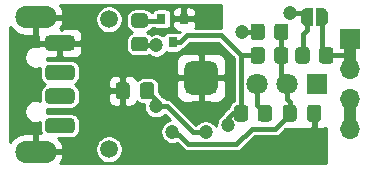
<source format=gbl>
G04 #@! TF.GenerationSoftware,KiCad,Pcbnew,5.1.9+dfsg1-1+deb11u1*
G04 #@! TF.CreationDate,2023-08-09T03:16:42+03:00*
G04 #@! TF.ProjectId,PTT-USB-Cable,5054542d-5553-4422-9d43-61626c652e6b,A*
G04 #@! TF.SameCoordinates,Original*
G04 #@! TF.FileFunction,Copper,L2,Bot*
G04 #@! TF.FilePolarity,Positive*
%FSLAX46Y46*%
G04 Gerber Fmt 4.6, Leading zero omitted, Abs format (unit mm)*
G04 Created by KiCad (PCBNEW 5.1.9+dfsg1-1+deb11u1) date 2023-08-09 03:16:42*
%MOMM*%
%LPD*%
G01*
G04 APERTURE LIST*
G04 #@! TA.AperFunction,SMDPad,CuDef*
%ADD10C,0.100000*%
G04 #@! TD*
G04 #@! TA.AperFunction,ComponentPad*
%ADD11C,1.500000*%
G04 #@! TD*
G04 #@! TA.AperFunction,ComponentPad*
%ADD12R,1.700000X1.700000*%
G04 #@! TD*
G04 #@! TA.AperFunction,ComponentPad*
%ADD13O,1.700000X1.700000*%
G04 #@! TD*
G04 #@! TA.AperFunction,ComponentPad*
%ADD14O,3.500000X1.900000*%
G04 #@! TD*
G04 #@! TA.AperFunction,ComponentPad*
%ADD15C,0.500000*%
G04 #@! TD*
G04 #@! TA.AperFunction,ComponentPad*
%ADD16C,1.800000*%
G04 #@! TD*
G04 #@! TA.AperFunction,ComponentPad*
%ADD17R,1.800000X1.800000*%
G04 #@! TD*
G04 #@! TA.AperFunction,SMDPad,CuDef*
%ADD18R,0.800000X0.900000*%
G04 #@! TD*
G04 #@! TA.AperFunction,ViaPad*
%ADD19C,1.200000*%
G04 #@! TD*
G04 #@! TA.AperFunction,Conductor*
%ADD20C,0.400000*%
G04 #@! TD*
G04 #@! TA.AperFunction,Conductor*
%ADD21C,1.000000*%
G04 #@! TD*
G04 #@! TA.AperFunction,Conductor*
%ADD22C,0.254000*%
G04 #@! TD*
G04 #@! TA.AperFunction,Conductor*
%ADD23C,0.100000*%
G04 #@! TD*
G04 APERTURE END LIST*
G04 #@! TA.AperFunction,SMDPad,CuDef*
D10*
G36*
X76550000Y-100400602D02*
G01*
X76574534Y-100400602D01*
X76623365Y-100405412D01*
X76671490Y-100414984D01*
X76718445Y-100429228D01*
X76763778Y-100448005D01*
X76807051Y-100471136D01*
X76847850Y-100498396D01*
X76885779Y-100529524D01*
X76920476Y-100564221D01*
X76951604Y-100602150D01*
X76978864Y-100642949D01*
X77001995Y-100686222D01*
X77020772Y-100731555D01*
X77035016Y-100778510D01*
X77044588Y-100826635D01*
X77049398Y-100875466D01*
X77049398Y-100900000D01*
X77050000Y-100900000D01*
X77050000Y-101400000D01*
X77049398Y-101400000D01*
X77049398Y-101424534D01*
X77044588Y-101473365D01*
X77035016Y-101521490D01*
X77020772Y-101568445D01*
X77001995Y-101613778D01*
X76978864Y-101657051D01*
X76951604Y-101697850D01*
X76920476Y-101735779D01*
X76885779Y-101770476D01*
X76847850Y-101801604D01*
X76807051Y-101828864D01*
X76763778Y-101851995D01*
X76718445Y-101870772D01*
X76671490Y-101885016D01*
X76623365Y-101894588D01*
X76574534Y-101899398D01*
X76550000Y-101899398D01*
X76550000Y-101900000D01*
X76050000Y-101900000D01*
X76050000Y-100400000D01*
X76550000Y-100400000D01*
X76550000Y-100400602D01*
G37*
G04 #@! TD.AperFunction*
G04 #@! TA.AperFunction,SMDPad,CuDef*
G36*
X75750000Y-101900000D02*
G01*
X75250000Y-101900000D01*
X75250000Y-101899398D01*
X75225466Y-101899398D01*
X75176635Y-101894588D01*
X75128510Y-101885016D01*
X75081555Y-101870772D01*
X75036222Y-101851995D01*
X74992949Y-101828864D01*
X74952150Y-101801604D01*
X74914221Y-101770476D01*
X74879524Y-101735779D01*
X74848396Y-101697850D01*
X74821136Y-101657051D01*
X74798005Y-101613778D01*
X74779228Y-101568445D01*
X74764984Y-101521490D01*
X74755412Y-101473365D01*
X74750602Y-101424534D01*
X74750602Y-101400000D01*
X74750000Y-101400000D01*
X74750000Y-100900000D01*
X74750602Y-100900000D01*
X74750602Y-100875466D01*
X74755412Y-100826635D01*
X74764984Y-100778510D01*
X74779228Y-100731555D01*
X74798005Y-100686222D01*
X74821136Y-100642949D01*
X74848396Y-100602150D01*
X74879524Y-100564221D01*
X74914221Y-100529524D01*
X74952150Y-100498396D01*
X74992949Y-100471136D01*
X75036222Y-100448005D01*
X75081555Y-100429228D01*
X75128510Y-100414984D01*
X75176635Y-100405412D01*
X75225466Y-100400602D01*
X75250000Y-100400602D01*
X75250000Y-100400000D01*
X75750000Y-100400000D01*
X75750000Y-101900000D01*
G37*
G04 #@! TD.AperFunction*
G04 #@! TA.AperFunction,SMDPad,CuDef*
G36*
G01*
X71700000Y-101949999D02*
X71700000Y-102850001D01*
G75*
G02*
X71450001Y-103100000I-249999J0D01*
G01*
X70749999Y-103100000D01*
G75*
G02*
X70500000Y-102850001I0J249999D01*
G01*
X70500000Y-101949999D01*
G75*
G02*
X70749999Y-101700000I249999J0D01*
G01*
X71450001Y-101700000D01*
G75*
G02*
X71700000Y-101949999I0J-249999D01*
G01*
G37*
G04 #@! TD.AperFunction*
G04 #@! TA.AperFunction,SMDPad,CuDef*
G36*
G01*
X73700000Y-101949999D02*
X73700000Y-102850001D01*
G75*
G02*
X73450001Y-103100000I-249999J0D01*
G01*
X72749999Y-103100000D01*
G75*
G02*
X72500000Y-102850001I0J249999D01*
G01*
X72500000Y-101949999D01*
G75*
G02*
X72749999Y-101700000I249999J0D01*
G01*
X73450001Y-101700000D01*
G75*
G02*
X73700000Y-101949999I0J-249999D01*
G01*
G37*
G04 #@! TD.AperFunction*
D11*
X58500000Y-112350000D03*
X58500000Y-101350000D03*
D12*
X78900000Y-103000000D03*
D13*
X78900000Y-105540000D03*
X78900000Y-108080000D03*
X78900000Y-110620000D03*
G04 #@! TA.AperFunction,ComponentPad*
G36*
G01*
X55600000Y-107525000D02*
X55600000Y-108175000D01*
G75*
G02*
X55275000Y-108500000I-325000J0D01*
G01*
X53425000Y-108500000D01*
G75*
G02*
X53100000Y-108175000I0J325000D01*
G01*
X53100000Y-107525000D01*
G75*
G02*
X53425000Y-107200000I325000J0D01*
G01*
X55275000Y-107200000D01*
G75*
G02*
X55600000Y-107525000I0J-325000D01*
G01*
G37*
G04 #@! TD.AperFunction*
G04 #@! TA.AperFunction,ComponentPad*
G36*
G01*
X55600000Y-105525000D02*
X55600000Y-106175000D01*
G75*
G02*
X55275000Y-106500000I-325000J0D01*
G01*
X53425000Y-106500000D01*
G75*
G02*
X53100000Y-106175000I0J325000D01*
G01*
X53100000Y-105525000D01*
G75*
G02*
X53425000Y-105200000I325000J0D01*
G01*
X55275000Y-105200000D01*
G75*
G02*
X55600000Y-105525000I0J-325000D01*
G01*
G37*
G04 #@! TD.AperFunction*
G04 #@! TA.AperFunction,ComponentPad*
G36*
G01*
X55600000Y-110025000D02*
X55600000Y-110675000D01*
G75*
G02*
X55275000Y-111000000I-325000J0D01*
G01*
X53425000Y-111000000D01*
G75*
G02*
X53100000Y-110675000I0J325000D01*
G01*
X53100000Y-110025000D01*
G75*
G02*
X53425000Y-109700000I325000J0D01*
G01*
X55275000Y-109700000D01*
G75*
G02*
X55600000Y-110025000I0J-325000D01*
G01*
G37*
G04 #@! TD.AperFunction*
G04 #@! TA.AperFunction,ComponentPad*
G36*
G01*
X55600000Y-103025000D02*
X55600000Y-103675000D01*
G75*
G02*
X55275000Y-104000000I-325000J0D01*
G01*
X53425000Y-104000000D01*
G75*
G02*
X53100000Y-103675000I0J325000D01*
G01*
X53100000Y-103025000D01*
G75*
G02*
X53425000Y-102700000I325000J0D01*
G01*
X55275000Y-102700000D01*
G75*
G02*
X55600000Y-103025000I0J-325000D01*
G01*
G37*
G04 #@! TD.AperFunction*
D14*
X52300000Y-112550000D03*
X52300000Y-101150000D03*
G04 #@! TA.AperFunction,SMDPad,CuDef*
G36*
G01*
X64850000Y-107025000D02*
X64850000Y-105575000D01*
G75*
G02*
X65575000Y-104850000I725000J0D01*
G01*
X67025000Y-104850000D01*
G75*
G02*
X67750000Y-105575000I0J-725000D01*
G01*
X67750000Y-107025000D01*
G75*
G02*
X67025000Y-107750000I-725000J0D01*
G01*
X65575000Y-107750000D01*
G75*
G02*
X64850000Y-107025000I0J725000D01*
G01*
G37*
G04 #@! TD.AperFunction*
D15*
X67300000Y-107300000D03*
X66300000Y-107300000D03*
X65300000Y-107300000D03*
X67300000Y-106300000D03*
X66300000Y-106300000D03*
X65300000Y-106300000D03*
X67300000Y-105300000D03*
X66300000Y-105300000D03*
X65300000Y-105300000D03*
G04 #@! TA.AperFunction,SMDPad,CuDef*
G36*
G01*
X61150000Y-107875000D02*
X61150000Y-106925000D01*
G75*
G02*
X61400000Y-106675000I250000J0D01*
G01*
X62075000Y-106675000D01*
G75*
G02*
X62325000Y-106925000I0J-250000D01*
G01*
X62325000Y-107875000D01*
G75*
G02*
X62075000Y-108125000I-250000J0D01*
G01*
X61400000Y-108125000D01*
G75*
G02*
X61150000Y-107875000I0J250000D01*
G01*
G37*
G04 #@! TD.AperFunction*
G04 #@! TA.AperFunction,SMDPad,CuDef*
G36*
G01*
X59075000Y-107874725D02*
X59075000Y-106925275D01*
G75*
G02*
X59325275Y-106675000I250275J0D01*
G01*
X59999725Y-106675000D01*
G75*
G02*
X60250000Y-106925275I0J-250275D01*
G01*
X60250000Y-107874725D01*
G75*
G02*
X59999725Y-108125000I-250275J0D01*
G01*
X59325275Y-108125000D01*
G75*
G02*
X59075000Y-107874725I0J250275D01*
G01*
G37*
G04 #@! TD.AperFunction*
G04 #@! TA.AperFunction,SMDPad,CuDef*
G36*
G01*
X75287500Y-109774725D02*
X75287500Y-108825275D01*
G75*
G02*
X75537775Y-108575000I250275J0D01*
G01*
X76212225Y-108575000D01*
G75*
G02*
X76462500Y-108825275I0J-250275D01*
G01*
X76462500Y-109774725D01*
G75*
G02*
X76212225Y-110025000I-250275J0D01*
G01*
X75537775Y-110025000D01*
G75*
G02*
X75287500Y-109774725I0J250275D01*
G01*
G37*
G04 #@! TD.AperFunction*
G04 #@! TA.AperFunction,SMDPad,CuDef*
G36*
G01*
X73212500Y-109775000D02*
X73212500Y-108825000D01*
G75*
G02*
X73462500Y-108575000I250000J0D01*
G01*
X74137500Y-108575000D01*
G75*
G02*
X74387500Y-108825000I0J-250000D01*
G01*
X74387500Y-109775000D01*
G75*
G02*
X74137500Y-110025000I-250000J0D01*
G01*
X73462500Y-110025000D01*
G75*
G02*
X73212500Y-109775000I0J250000D01*
G01*
G37*
G04 #@! TD.AperFunction*
D16*
X71020000Y-106800000D03*
X73560000Y-106800000D03*
D17*
X76100000Y-106800000D03*
G04 #@! TA.AperFunction,SMDPad,CuDef*
G36*
G01*
X71700000Y-103949999D02*
X71700000Y-104850001D01*
G75*
G02*
X71450001Y-105100000I-249999J0D01*
G01*
X70749999Y-105100000D01*
G75*
G02*
X70500000Y-104850001I0J249999D01*
G01*
X70500000Y-103949999D01*
G75*
G02*
X70749999Y-103700000I249999J0D01*
G01*
X71450001Y-103700000D01*
G75*
G02*
X71700000Y-103949999I0J-249999D01*
G01*
G37*
G04 #@! TD.AperFunction*
G04 #@! TA.AperFunction,SMDPad,CuDef*
G36*
G01*
X73700000Y-103949999D02*
X73700000Y-104850001D01*
G75*
G02*
X73450001Y-105100000I-249999J0D01*
G01*
X72749999Y-105100000D01*
G75*
G02*
X72500000Y-104850001I0J249999D01*
G01*
X72500000Y-103949999D01*
G75*
G02*
X72749999Y-103700000I249999J0D01*
G01*
X73450001Y-103700000D01*
G75*
G02*
X73700000Y-103949999I0J-249999D01*
G01*
G37*
G04 #@! TD.AperFunction*
G04 #@! TA.AperFunction,SMDPad,CuDef*
G36*
G01*
X70300000Y-108849999D02*
X70300000Y-109750001D01*
G75*
G02*
X70050001Y-110000000I-249999J0D01*
G01*
X69349999Y-110000000D01*
G75*
G02*
X69100000Y-109750001I0J249999D01*
G01*
X69100000Y-108849999D01*
G75*
G02*
X69349999Y-108600000I249999J0D01*
G01*
X70050001Y-108600000D01*
G75*
G02*
X70300000Y-108849999I0J-249999D01*
G01*
G37*
G04 #@! TD.AperFunction*
G04 #@! TA.AperFunction,SMDPad,CuDef*
G36*
G01*
X72300000Y-108849999D02*
X72300000Y-109750001D01*
G75*
G02*
X72050001Y-110000000I-249999J0D01*
G01*
X71349999Y-110000000D01*
G75*
G02*
X71100000Y-109750001I0J249999D01*
G01*
X71100000Y-108849999D01*
G75*
G02*
X71349999Y-108600000I249999J0D01*
G01*
X72050001Y-108600000D01*
G75*
G02*
X72300000Y-108849999I0J-249999D01*
G01*
G37*
G04 #@! TD.AperFunction*
D18*
X63900000Y-103300000D03*
X64850000Y-101300000D03*
X62950000Y-101300000D03*
G04 #@! TA.AperFunction,SMDPad,CuDef*
G36*
G01*
X60649999Y-102850000D02*
X61550001Y-102850000D01*
G75*
G02*
X61800000Y-103099999I0J-249999D01*
G01*
X61800000Y-103800001D01*
G75*
G02*
X61550001Y-104050000I-249999J0D01*
G01*
X60649999Y-104050000D01*
G75*
G02*
X60400000Y-103800001I0J249999D01*
G01*
X60400000Y-103099999D01*
G75*
G02*
X60649999Y-102850000I249999J0D01*
G01*
G37*
G04 #@! TD.AperFunction*
G04 #@! TA.AperFunction,SMDPad,CuDef*
G36*
G01*
X60649999Y-100850000D02*
X61550001Y-100850000D01*
G75*
G02*
X61800000Y-101099999I0J-249999D01*
G01*
X61800000Y-101800001D01*
G75*
G02*
X61550001Y-102050000I-249999J0D01*
G01*
X60649999Y-102050000D01*
G75*
G02*
X60400000Y-101800001I0J249999D01*
G01*
X60400000Y-101099999D01*
G75*
G02*
X60649999Y-100850000I249999J0D01*
G01*
G37*
G04 #@! TD.AperFunction*
G04 #@! TA.AperFunction,SMDPad,CuDef*
G36*
G01*
X75500000Y-103949999D02*
X75500000Y-104850001D01*
G75*
G02*
X75250001Y-105100000I-249999J0D01*
G01*
X74549999Y-105100000D01*
G75*
G02*
X74300000Y-104850001I0J249999D01*
G01*
X74300000Y-103949999D01*
G75*
G02*
X74549999Y-103700000I249999J0D01*
G01*
X75250001Y-103700000D01*
G75*
G02*
X75500000Y-103949999I0J-249999D01*
G01*
G37*
G04 #@! TD.AperFunction*
G04 #@! TA.AperFunction,SMDPad,CuDef*
G36*
G01*
X77500000Y-103949999D02*
X77500000Y-104850001D01*
G75*
G02*
X77250001Y-105100000I-249999J0D01*
G01*
X76549999Y-105100000D01*
G75*
G02*
X76300000Y-104850001I0J249999D01*
G01*
X76300000Y-103949999D01*
G75*
G02*
X76549999Y-103700000I249999J0D01*
G01*
X77250001Y-103700000D01*
G75*
G02*
X77500000Y-103949999I0J-249999D01*
G01*
G37*
G04 #@! TD.AperFunction*
D19*
X57200000Y-106850000D03*
X74600000Y-113000000D03*
X63900000Y-112650000D03*
X63876471Y-110873529D03*
X66700000Y-110900000D03*
X62500000Y-108700000D03*
X62500000Y-103550000D03*
X68600000Y-110300000D03*
X69800000Y-102425000D03*
X73800000Y-100800000D03*
D20*
X72599990Y-110600010D02*
X73800000Y-109400000D01*
X65200001Y-111900001D02*
X69299999Y-111900001D01*
X70600000Y-110600000D02*
X70600010Y-110600010D01*
X70600010Y-110600010D02*
X72599990Y-110600010D01*
X69299999Y-111900001D02*
X70600000Y-110600000D01*
X73800000Y-109400000D02*
X73800000Y-109300000D01*
X64102942Y-111100000D02*
X63876471Y-110873529D01*
X64400000Y-111100000D02*
X64102942Y-111100000D01*
X64400000Y-111100000D02*
X65200001Y-111900001D01*
X73560000Y-108110000D02*
X73800000Y-108350000D01*
X73560000Y-106800000D02*
X73560000Y-108110000D01*
X73800000Y-109300000D02*
X73800000Y-108350000D01*
X73100000Y-102400000D02*
X73100000Y-104400000D01*
X73100000Y-106340000D02*
X73560000Y-106800000D01*
X73100000Y-104400000D02*
X73100000Y-106340000D01*
X66700000Y-110900000D02*
X65600000Y-110900000D01*
X63400000Y-108700000D02*
X65600000Y-110900000D01*
X62500000Y-108700000D02*
X63400000Y-108700000D01*
X62500000Y-108162500D02*
X61737500Y-107400000D01*
X62500000Y-108700000D02*
X62500000Y-108162500D01*
X71020000Y-108620000D02*
X71700000Y-109300000D01*
X71020000Y-106800000D02*
X71020000Y-108620000D01*
D21*
X78900000Y-103000000D02*
X78900000Y-104000000D01*
X78900000Y-104450000D02*
X78900000Y-105540000D01*
X78900000Y-104000000D02*
X78900000Y-104450000D01*
D20*
X78875000Y-104425000D02*
X78900000Y-104450000D01*
X78850000Y-104400000D02*
X78900000Y-104450000D01*
X76900000Y-104400000D02*
X78850000Y-104400000D01*
X76550000Y-104050000D02*
X76900000Y-104400000D01*
X76550000Y-101150000D02*
X76550000Y-104050000D01*
X61250000Y-103550000D02*
X61150000Y-103450000D01*
X62500000Y-103550000D02*
X61250000Y-103550000D01*
X68600000Y-110300000D02*
X68600000Y-109700000D01*
X69000000Y-109300000D02*
X69700000Y-109300000D01*
X68600000Y-109700000D02*
X69000000Y-109300000D01*
X69700000Y-109300000D02*
X69700000Y-104400000D01*
X69700000Y-104400000D02*
X68000000Y-102700000D01*
X64500000Y-103300000D02*
X65100000Y-102700000D01*
X63900000Y-103300000D02*
X64500000Y-103300000D01*
X68000000Y-102700000D02*
X65100000Y-102700000D01*
X71150000Y-104400000D02*
X69700000Y-104400000D01*
X62800000Y-101450000D02*
X62950000Y-101300000D01*
X61150000Y-101450000D02*
X62800000Y-101450000D01*
D21*
X78900000Y-108080000D02*
X78900000Y-110620000D01*
D20*
X71125000Y-102425000D02*
X71150000Y-102450000D01*
X69875000Y-102425000D02*
X71125000Y-102425000D01*
X74800000Y-104300000D02*
X74900000Y-104400000D01*
X74900000Y-100800000D02*
X75250000Y-101150000D01*
X73800000Y-100800000D02*
X74900000Y-100800000D01*
X74900000Y-104400000D02*
X74900000Y-102600000D01*
X75250000Y-102250000D02*
X75250000Y-101150000D01*
X74900000Y-102600000D02*
X75250000Y-102250000D01*
D22*
X67998000Y-102070164D02*
X67969206Y-102073000D01*
X65797371Y-102073000D01*
X65839502Y-101994180D01*
X65875812Y-101874482D01*
X65888072Y-101750000D01*
X65885000Y-101585750D01*
X65726250Y-101427000D01*
X64977000Y-101427000D01*
X64977000Y-101447000D01*
X64723000Y-101447000D01*
X64723000Y-101427000D01*
X63973750Y-101427000D01*
X63815000Y-101585750D01*
X63811928Y-101750000D01*
X63824188Y-101874482D01*
X63860498Y-101994180D01*
X63919463Y-102104494D01*
X63998815Y-102201185D01*
X64095506Y-102280537D01*
X64205820Y-102339502D01*
X64325518Y-102375812D01*
X64450000Y-102388072D01*
X64527295Y-102385994D01*
X64460741Y-102452547D01*
X64383707Y-102429178D01*
X64300000Y-102420934D01*
X63500000Y-102420934D01*
X63416293Y-102429178D01*
X63335804Y-102453595D01*
X63261624Y-102493245D01*
X63196605Y-102546605D01*
X63143245Y-102611624D01*
X63103595Y-102685804D01*
X63095437Y-102712696D01*
X62986467Y-102639885D01*
X62799565Y-102562467D01*
X62601151Y-102523000D01*
X62398849Y-102523000D01*
X62200435Y-102562467D01*
X62038235Y-102629653D01*
X62030172Y-102619828D01*
X61927269Y-102535377D01*
X61809868Y-102472625D01*
X61735284Y-102450000D01*
X61809868Y-102427375D01*
X61927269Y-102364623D01*
X62030172Y-102280172D01*
X62114623Y-102177269D01*
X62168218Y-102077000D01*
X62275368Y-102077000D01*
X62311624Y-102106755D01*
X62385804Y-102146405D01*
X62466293Y-102170822D01*
X62550000Y-102179066D01*
X63350000Y-102179066D01*
X63433707Y-102170822D01*
X63514196Y-102146405D01*
X63588376Y-102106755D01*
X63653395Y-102053395D01*
X63706755Y-101988376D01*
X63746405Y-101914196D01*
X63770822Y-101833707D01*
X63779066Y-101750000D01*
X63779066Y-100850000D01*
X63811928Y-100850000D01*
X63815000Y-101014250D01*
X63973750Y-101173000D01*
X64723000Y-101173000D01*
X64723000Y-100373750D01*
X64977000Y-100373750D01*
X64977000Y-101173000D01*
X65726250Y-101173000D01*
X65885000Y-101014250D01*
X65888072Y-100850000D01*
X65875812Y-100725518D01*
X65839502Y-100605820D01*
X65780537Y-100495506D01*
X65701185Y-100398815D01*
X65604494Y-100319463D01*
X65494180Y-100260498D01*
X65374482Y-100224188D01*
X65250000Y-100211928D01*
X65135750Y-100215000D01*
X64977000Y-100373750D01*
X64723000Y-100373750D01*
X64564250Y-100215000D01*
X64450000Y-100211928D01*
X64325518Y-100224188D01*
X64205820Y-100260498D01*
X64095506Y-100319463D01*
X63998815Y-100398815D01*
X63919463Y-100495506D01*
X63860498Y-100605820D01*
X63824188Y-100725518D01*
X63811928Y-100850000D01*
X63779066Y-100850000D01*
X63770822Y-100766293D01*
X63746405Y-100685804D01*
X63706755Y-100611624D01*
X63653395Y-100546605D01*
X63588376Y-100493245D01*
X63514196Y-100453595D01*
X63433707Y-100429178D01*
X63350000Y-100420934D01*
X62550000Y-100420934D01*
X62466293Y-100429178D01*
X62385804Y-100453595D01*
X62311624Y-100493245D01*
X62246605Y-100546605D01*
X62193245Y-100611624D01*
X62153595Y-100685804D01*
X62132339Y-100755875D01*
X62114623Y-100722731D01*
X62030172Y-100619828D01*
X61927269Y-100535377D01*
X61809868Y-100472625D01*
X61682480Y-100433982D01*
X61550001Y-100420934D01*
X60649999Y-100420934D01*
X60517520Y-100433982D01*
X60390132Y-100472625D01*
X60272731Y-100535377D01*
X60169828Y-100619828D01*
X60085377Y-100722731D01*
X60022625Y-100840132D01*
X59983982Y-100967520D01*
X59970934Y-101099999D01*
X59970934Y-101800001D01*
X59983982Y-101932480D01*
X60022625Y-102059868D01*
X60085377Y-102177269D01*
X60169828Y-102280172D01*
X60272731Y-102364623D01*
X60390132Y-102427375D01*
X60464716Y-102450000D01*
X60390132Y-102472625D01*
X60272731Y-102535377D01*
X60169828Y-102619828D01*
X60085377Y-102722731D01*
X60022625Y-102840132D01*
X59983982Y-102967520D01*
X59970934Y-103099999D01*
X59970934Y-103800001D01*
X59983982Y-103932480D01*
X60022625Y-104059868D01*
X60085377Y-104177269D01*
X60169828Y-104280172D01*
X60272731Y-104364623D01*
X60390132Y-104427375D01*
X60517520Y-104466018D01*
X60649999Y-104479066D01*
X61550001Y-104479066D01*
X61682480Y-104466018D01*
X61809868Y-104427375D01*
X61895796Y-104381446D01*
X62013533Y-104460115D01*
X62200435Y-104537533D01*
X62398849Y-104577000D01*
X62601151Y-104577000D01*
X62799565Y-104537533D01*
X62986467Y-104460115D01*
X63154674Y-104347723D01*
X63297723Y-104204674D01*
X63336513Y-104146620D01*
X63416293Y-104170822D01*
X63500000Y-104179066D01*
X64300000Y-104179066D01*
X64383707Y-104170822D01*
X64464196Y-104146405D01*
X64538376Y-104106755D01*
X64603395Y-104053395D01*
X64656755Y-103988376D01*
X64696405Y-103914196D01*
X64702607Y-103893753D01*
X64741103Y-103882075D01*
X64850028Y-103823853D01*
X64945501Y-103745501D01*
X64965138Y-103721573D01*
X65359712Y-103327000D01*
X67740289Y-103327000D01*
X69073001Y-104659713D01*
X69073000Y-108231782D01*
X68972731Y-108285377D01*
X68869828Y-108369828D01*
X68785377Y-108472731D01*
X68722625Y-108590132D01*
X68683982Y-108717520D01*
X68679777Y-108760216D01*
X68649972Y-108776147D01*
X68554499Y-108854499D01*
X68534862Y-108878427D01*
X68178423Y-109234866D01*
X68154500Y-109254499D01*
X68076148Y-109349972D01*
X68022190Y-109450918D01*
X67945326Y-109502277D01*
X67802277Y-109645326D01*
X67689885Y-109813533D01*
X67612467Y-110000435D01*
X67573000Y-110198849D01*
X67573000Y-110357986D01*
X67497723Y-110245326D01*
X67354674Y-110102277D01*
X67186467Y-109989885D01*
X66999565Y-109912467D01*
X66801151Y-109873000D01*
X66598849Y-109873000D01*
X66400435Y-109912467D01*
X66213533Y-109989885D01*
X66045326Y-110102277D01*
X65902277Y-110245326D01*
X65883786Y-110273000D01*
X65859712Y-110273000D01*
X63865138Y-108278427D01*
X63845501Y-108254499D01*
X63750028Y-108176147D01*
X63641103Y-108117925D01*
X63522913Y-108082073D01*
X63430794Y-108073000D01*
X63400000Y-108069967D01*
X63369206Y-108073000D01*
X63316214Y-108073000D01*
X63297723Y-108045326D01*
X63154674Y-107902277D01*
X63025843Y-107816195D01*
X63023853Y-107812472D01*
X62945501Y-107716999D01*
X62921578Y-107697366D01*
X62754066Y-107529854D01*
X62754066Y-106925000D01*
X62741018Y-106792521D01*
X62702375Y-106665133D01*
X62639623Y-106547731D01*
X62555172Y-106444828D01*
X62452269Y-106360377D01*
X62334867Y-106297625D01*
X62207479Y-106258982D01*
X62075000Y-106245934D01*
X61400000Y-106245934D01*
X61267521Y-106258982D01*
X61140133Y-106297625D01*
X61022731Y-106360377D01*
X60919828Y-106444828D01*
X60864282Y-106512510D01*
X60839502Y-106430820D01*
X60780537Y-106320506D01*
X60701185Y-106223815D01*
X60604494Y-106144463D01*
X60494180Y-106085498D01*
X60374482Y-106049188D01*
X60250000Y-106036928D01*
X59948250Y-106040000D01*
X59789500Y-106198750D01*
X59789500Y-107273000D01*
X59809500Y-107273000D01*
X59809500Y-107527000D01*
X59789500Y-107527000D01*
X59789500Y-108601250D01*
X59948250Y-108760000D01*
X60250000Y-108763072D01*
X60374482Y-108750812D01*
X60494180Y-108714502D01*
X60604494Y-108655537D01*
X60701185Y-108576185D01*
X60780537Y-108479494D01*
X60839502Y-108369180D01*
X60864282Y-108287490D01*
X60919828Y-108355172D01*
X61022731Y-108439623D01*
X61140133Y-108502375D01*
X61267521Y-108541018D01*
X61400000Y-108554066D01*
X61481908Y-108554066D01*
X61473000Y-108598849D01*
X61473000Y-108801151D01*
X61512467Y-108999565D01*
X61589885Y-109186467D01*
X61702277Y-109354674D01*
X61845326Y-109497723D01*
X62013533Y-109610115D01*
X62200435Y-109687533D01*
X62398849Y-109727000D01*
X62601151Y-109727000D01*
X62799565Y-109687533D01*
X62986467Y-109610115D01*
X63154674Y-109497723D01*
X63232843Y-109419554D01*
X63678981Y-109865692D01*
X63576906Y-109885996D01*
X63390004Y-109963414D01*
X63221797Y-110075806D01*
X63078748Y-110218855D01*
X62966356Y-110387062D01*
X62888938Y-110573964D01*
X62849471Y-110772378D01*
X62849471Y-110974680D01*
X62888938Y-111173094D01*
X62966356Y-111359996D01*
X63078748Y-111528203D01*
X63221797Y-111671252D01*
X63390004Y-111783644D01*
X63576906Y-111861062D01*
X63775320Y-111900529D01*
X63977622Y-111900529D01*
X64176036Y-111861062D01*
X64245555Y-111832266D01*
X64734867Y-112321579D01*
X64754500Y-112345502D01*
X64849973Y-112423854D01*
X64958898Y-112482076D01*
X65077088Y-112517928D01*
X65169207Y-112527001D01*
X65169208Y-112527001D01*
X65200000Y-112530034D01*
X65230792Y-112527001D01*
X69269205Y-112527001D01*
X69299999Y-112530034D01*
X69330793Y-112527001D01*
X69422912Y-112517928D01*
X69541102Y-112482076D01*
X69650027Y-112423854D01*
X69745500Y-112345502D01*
X69765137Y-112321574D01*
X70859702Y-111227010D01*
X72569196Y-111227010D01*
X72599990Y-111230043D01*
X72630784Y-111227010D01*
X72722903Y-111217937D01*
X72841093Y-111182085D01*
X72950018Y-111123863D01*
X73045491Y-111045511D01*
X73065130Y-111021581D01*
X73434711Y-110652000D01*
X75175080Y-110652000D01*
X75287500Y-110663072D01*
X75589250Y-110660000D01*
X75748000Y-110501250D01*
X75748000Y-109427000D01*
X75728000Y-109427000D01*
X75728000Y-109173000D01*
X75748000Y-109173000D01*
X75748000Y-109153000D01*
X76002000Y-109153000D01*
X76002000Y-109173000D01*
X76022000Y-109173000D01*
X76022000Y-109427000D01*
X76002000Y-109427000D01*
X76002000Y-110501250D01*
X76160750Y-110660000D01*
X76462500Y-110663072D01*
X76586982Y-110650812D01*
X76706680Y-110614502D01*
X76816994Y-110555537D01*
X76873000Y-110509574D01*
X76873000Y-113548000D01*
X54333470Y-113548000D01*
X54488436Y-113324983D01*
X54612949Y-113039221D01*
X54640586Y-112922588D01*
X54520584Y-112677000D01*
X52427000Y-112677000D01*
X52427000Y-112697000D01*
X52173000Y-112697000D01*
X52173000Y-112677000D01*
X52153000Y-112677000D01*
X52153000Y-112423000D01*
X52173000Y-112423000D01*
X52173000Y-110965000D01*
X51373000Y-110965000D01*
X51066222Y-111020232D01*
X50776114Y-111134252D01*
X50513825Y-111302678D01*
X50289434Y-111519038D01*
X50152000Y-111716824D01*
X50152000Y-104453774D01*
X51323000Y-104453774D01*
X51323000Y-104646226D01*
X51360546Y-104834980D01*
X51434194Y-105012783D01*
X51541115Y-105172801D01*
X51677199Y-105308885D01*
X51837217Y-105415806D01*
X52015020Y-105489454D01*
X52203774Y-105527000D01*
X52396226Y-105527000D01*
X52584980Y-105489454D01*
X52678240Y-105450825D01*
X52670934Y-105525000D01*
X52670934Y-106175000D01*
X52685423Y-106322111D01*
X52728334Y-106463569D01*
X52798017Y-106593937D01*
X52891795Y-106708205D01*
X53006063Y-106801983D01*
X53095897Y-106850000D01*
X53006063Y-106898017D01*
X52891795Y-106991795D01*
X52798017Y-107106063D01*
X52728334Y-107236431D01*
X52685423Y-107377889D01*
X52670934Y-107525000D01*
X52670934Y-108175000D01*
X52678240Y-108249175D01*
X52584980Y-108210546D01*
X52396226Y-108173000D01*
X52203774Y-108173000D01*
X52015020Y-108210546D01*
X51837217Y-108284194D01*
X51677199Y-108391115D01*
X51541115Y-108527199D01*
X51434194Y-108687217D01*
X51360546Y-108865020D01*
X51323000Y-109053774D01*
X51323000Y-109246226D01*
X51360546Y-109434980D01*
X51434194Y-109612783D01*
X51541115Y-109772801D01*
X51677199Y-109908885D01*
X51837217Y-110015806D01*
X52015020Y-110089454D01*
X52203774Y-110127000D01*
X52396226Y-110127000D01*
X52584980Y-110089454D01*
X52670934Y-110053851D01*
X52670934Y-110675000D01*
X52685423Y-110822111D01*
X52728334Y-110963569D01*
X52729099Y-110965000D01*
X52427000Y-110965000D01*
X52427000Y-112423000D01*
X54520584Y-112423000D01*
X54612898Y-112234076D01*
X57323000Y-112234076D01*
X57323000Y-112465924D01*
X57368231Y-112693318D01*
X57456956Y-112907519D01*
X57585764Y-113100294D01*
X57749706Y-113264236D01*
X57942481Y-113393044D01*
X58156682Y-113481769D01*
X58384076Y-113527000D01*
X58615924Y-113527000D01*
X58843318Y-113481769D01*
X59057519Y-113393044D01*
X59250294Y-113264236D01*
X59414236Y-113100294D01*
X59543044Y-112907519D01*
X59631769Y-112693318D01*
X59677000Y-112465924D01*
X59677000Y-112234076D01*
X59631769Y-112006682D01*
X59543044Y-111792481D01*
X59414236Y-111599706D01*
X59250294Y-111435764D01*
X59057519Y-111306956D01*
X58843318Y-111218231D01*
X58615924Y-111173000D01*
X58384076Y-111173000D01*
X58156682Y-111218231D01*
X57942481Y-111306956D01*
X57749706Y-111435764D01*
X57585764Y-111599706D01*
X57456956Y-111792481D01*
X57368231Y-112006682D01*
X57323000Y-112234076D01*
X54612898Y-112234076D01*
X54640586Y-112177412D01*
X54612949Y-112060779D01*
X54488436Y-111775017D01*
X54310566Y-111519038D01*
X54217254Y-111429066D01*
X55275000Y-111429066D01*
X55422111Y-111414577D01*
X55563569Y-111371666D01*
X55693937Y-111301983D01*
X55808205Y-111208205D01*
X55901983Y-111093937D01*
X55971666Y-110963569D01*
X56014577Y-110822111D01*
X56029066Y-110675000D01*
X56029066Y-110025000D01*
X56014577Y-109877889D01*
X55971666Y-109736431D01*
X55901983Y-109606063D01*
X55808205Y-109491795D01*
X55693937Y-109398017D01*
X55563569Y-109328334D01*
X55422111Y-109285423D01*
X55275000Y-109270934D01*
X53425000Y-109270934D01*
X53277889Y-109285423D01*
X53268645Y-109288227D01*
X53277000Y-109246226D01*
X53277000Y-109053774D01*
X53247477Y-108905351D01*
X53277889Y-108914577D01*
X53425000Y-108929066D01*
X55275000Y-108929066D01*
X55422111Y-108914577D01*
X55563569Y-108871666D01*
X55693937Y-108801983D01*
X55808205Y-108708205D01*
X55901983Y-108593937D01*
X55971666Y-108463569D01*
X56014577Y-108322111D01*
X56029066Y-108175000D01*
X56029066Y-108125000D01*
X58436928Y-108125000D01*
X58449188Y-108249482D01*
X58485498Y-108369180D01*
X58544463Y-108479494D01*
X58623815Y-108576185D01*
X58720506Y-108655537D01*
X58830820Y-108714502D01*
X58950518Y-108750812D01*
X59075000Y-108763072D01*
X59376750Y-108760000D01*
X59535500Y-108601250D01*
X59535500Y-107527000D01*
X58598750Y-107527000D01*
X58440000Y-107685750D01*
X58436928Y-108125000D01*
X56029066Y-108125000D01*
X56029066Y-107525000D01*
X56014577Y-107377889D01*
X55971666Y-107236431D01*
X55901983Y-107106063D01*
X55808205Y-106991795D01*
X55693937Y-106898017D01*
X55604103Y-106850000D01*
X55693937Y-106801983D01*
X55808205Y-106708205D01*
X55835455Y-106675000D01*
X58436928Y-106675000D01*
X58440000Y-107114250D01*
X58598750Y-107273000D01*
X59535500Y-107273000D01*
X59535500Y-106198750D01*
X59376750Y-106040000D01*
X59075000Y-106036928D01*
X58950518Y-106049188D01*
X58830820Y-106085498D01*
X58720506Y-106144463D01*
X58623815Y-106223815D01*
X58544463Y-106320506D01*
X58485498Y-106430820D01*
X58449188Y-106550518D01*
X58436928Y-106675000D01*
X55835455Y-106675000D01*
X55901983Y-106593937D01*
X55971666Y-106463569D01*
X56014577Y-106322111D01*
X56029066Y-106175000D01*
X56029066Y-105525000D01*
X56014577Y-105377889D01*
X55971666Y-105236431D01*
X55901983Y-105106063D01*
X55808205Y-104991795D01*
X55693937Y-104898017D01*
X55604104Y-104850000D01*
X64211928Y-104850000D01*
X64215000Y-106014250D01*
X64373750Y-106173000D01*
X64422986Y-106173000D01*
X64414887Y-106213998D01*
X64415116Y-106388328D01*
X64422861Y-106427000D01*
X64373750Y-106427000D01*
X64215000Y-106585750D01*
X64211928Y-107750000D01*
X64224188Y-107874482D01*
X64260498Y-107994180D01*
X64319463Y-108104494D01*
X64398815Y-108201185D01*
X64495506Y-108280537D01*
X64605820Y-108339502D01*
X64725518Y-108375812D01*
X64850000Y-108388072D01*
X66014250Y-108385000D01*
X66173000Y-108226250D01*
X66173000Y-108177014D01*
X66213998Y-108185113D01*
X66388328Y-108184884D01*
X66427000Y-108177139D01*
X66427000Y-108226250D01*
X66585750Y-108385000D01*
X67750000Y-108388072D01*
X67874482Y-108375812D01*
X67994180Y-108339502D01*
X68104494Y-108280537D01*
X68201185Y-108201185D01*
X68280537Y-108104494D01*
X68339502Y-107994180D01*
X68375812Y-107874482D01*
X68388072Y-107750000D01*
X68385000Y-106585750D01*
X68226250Y-106427000D01*
X68177014Y-106427000D01*
X68185113Y-106386002D01*
X68184884Y-106211672D01*
X68177139Y-106173000D01*
X68226250Y-106173000D01*
X68385000Y-106014250D01*
X68388072Y-104850000D01*
X68375812Y-104725518D01*
X68339502Y-104605820D01*
X68280537Y-104495506D01*
X68201185Y-104398815D01*
X68104494Y-104319463D01*
X67994180Y-104260498D01*
X67874482Y-104224188D01*
X67750000Y-104211928D01*
X66585750Y-104215000D01*
X66427000Y-104373750D01*
X66427000Y-104422986D01*
X66386002Y-104414887D01*
X66211672Y-104415116D01*
X66173000Y-104422861D01*
X66173000Y-104373750D01*
X66014250Y-104215000D01*
X64850000Y-104211928D01*
X64725518Y-104224188D01*
X64605820Y-104260498D01*
X64495506Y-104319463D01*
X64398815Y-104398815D01*
X64319463Y-104495506D01*
X64260498Y-104605820D01*
X64224188Y-104725518D01*
X64211928Y-104850000D01*
X55604104Y-104850000D01*
X55563569Y-104828334D01*
X55422111Y-104785423D01*
X55275000Y-104770934D01*
X53425000Y-104770934D01*
X53277889Y-104785423D01*
X53247477Y-104794649D01*
X53277000Y-104646226D01*
X53277000Y-104637508D01*
X54064250Y-104635000D01*
X54223000Y-104476250D01*
X54223000Y-103477000D01*
X54477000Y-103477000D01*
X54477000Y-104476250D01*
X54635750Y-104635000D01*
X55600000Y-104638072D01*
X55724482Y-104625812D01*
X55844180Y-104589502D01*
X55954494Y-104530537D01*
X56051185Y-104451185D01*
X56130537Y-104354494D01*
X56189502Y-104244180D01*
X56225812Y-104124482D01*
X56238072Y-104000000D01*
X56235000Y-103635750D01*
X56076250Y-103477000D01*
X54477000Y-103477000D01*
X54223000Y-103477000D01*
X52623750Y-103477000D01*
X52505929Y-103594821D01*
X52396226Y-103573000D01*
X52203774Y-103573000D01*
X52015020Y-103610546D01*
X51837217Y-103684194D01*
X51677199Y-103791115D01*
X51541115Y-103927199D01*
X51434194Y-104087217D01*
X51360546Y-104265020D01*
X51323000Y-104453774D01*
X50152000Y-104453774D01*
X50152000Y-101983176D01*
X50289434Y-102180962D01*
X50513825Y-102397322D01*
X50776114Y-102565748D01*
X51066222Y-102679768D01*
X51373000Y-102735000D01*
X52173000Y-102735000D01*
X52173000Y-101277000D01*
X52427000Y-101277000D01*
X52427000Y-102735000D01*
X52462223Y-102735000D01*
X52465000Y-103064250D01*
X52623750Y-103223000D01*
X54223000Y-103223000D01*
X54223000Y-103203000D01*
X54477000Y-103203000D01*
X54477000Y-103223000D01*
X56076250Y-103223000D01*
X56235000Y-103064250D01*
X56238072Y-102700000D01*
X56225812Y-102575518D01*
X56189502Y-102455820D01*
X56130537Y-102345506D01*
X56051185Y-102248815D01*
X55954494Y-102169463D01*
X55844180Y-102110498D01*
X55724482Y-102074188D01*
X55600000Y-102061928D01*
X54635750Y-102065000D01*
X54477002Y-102223748D01*
X54477002Y-102065000D01*
X54391144Y-102065000D01*
X54488436Y-101924983D01*
X54612949Y-101639221D01*
X54640586Y-101522588D01*
X54520584Y-101277000D01*
X52427000Y-101277000D01*
X52173000Y-101277000D01*
X52153000Y-101277000D01*
X52153000Y-101234076D01*
X57323000Y-101234076D01*
X57323000Y-101465924D01*
X57368231Y-101693318D01*
X57456956Y-101907519D01*
X57585764Y-102100294D01*
X57749706Y-102264236D01*
X57942481Y-102393044D01*
X58156682Y-102481769D01*
X58384076Y-102527000D01*
X58615924Y-102527000D01*
X58843318Y-102481769D01*
X59057519Y-102393044D01*
X59250294Y-102264236D01*
X59414236Y-102100294D01*
X59543044Y-101907519D01*
X59631769Y-101693318D01*
X59677000Y-101465924D01*
X59677000Y-101234076D01*
X59631769Y-101006682D01*
X59543044Y-100792481D01*
X59414236Y-100599706D01*
X59250294Y-100435764D01*
X59057519Y-100306956D01*
X58843318Y-100218231D01*
X58615924Y-100173000D01*
X58384076Y-100173000D01*
X58156682Y-100218231D01*
X57942481Y-100306956D01*
X57749706Y-100435764D01*
X57585764Y-100599706D01*
X57456956Y-100792481D01*
X57368231Y-101006682D01*
X57323000Y-101234076D01*
X52153000Y-101234076D01*
X52153000Y-101023000D01*
X52173000Y-101023000D01*
X52173000Y-101003000D01*
X52427000Y-101003000D01*
X52427000Y-101023000D01*
X54520584Y-101023000D01*
X54640586Y-100777412D01*
X54612949Y-100660779D01*
X54488436Y-100375017D01*
X54333470Y-100152000D01*
X67998000Y-100152000D01*
X67998000Y-102070164D01*
G04 #@! TA.AperFunction,Conductor*
D23*
G36*
X67998000Y-102070164D02*
G01*
X67969206Y-102073000D01*
X65797371Y-102073000D01*
X65839502Y-101994180D01*
X65875812Y-101874482D01*
X65888072Y-101750000D01*
X65885000Y-101585750D01*
X65726250Y-101427000D01*
X64977000Y-101427000D01*
X64977000Y-101447000D01*
X64723000Y-101447000D01*
X64723000Y-101427000D01*
X63973750Y-101427000D01*
X63815000Y-101585750D01*
X63811928Y-101750000D01*
X63824188Y-101874482D01*
X63860498Y-101994180D01*
X63919463Y-102104494D01*
X63998815Y-102201185D01*
X64095506Y-102280537D01*
X64205820Y-102339502D01*
X64325518Y-102375812D01*
X64450000Y-102388072D01*
X64527295Y-102385994D01*
X64460741Y-102452547D01*
X64383707Y-102429178D01*
X64300000Y-102420934D01*
X63500000Y-102420934D01*
X63416293Y-102429178D01*
X63335804Y-102453595D01*
X63261624Y-102493245D01*
X63196605Y-102546605D01*
X63143245Y-102611624D01*
X63103595Y-102685804D01*
X63095437Y-102712696D01*
X62986467Y-102639885D01*
X62799565Y-102562467D01*
X62601151Y-102523000D01*
X62398849Y-102523000D01*
X62200435Y-102562467D01*
X62038235Y-102629653D01*
X62030172Y-102619828D01*
X61927269Y-102535377D01*
X61809868Y-102472625D01*
X61735284Y-102450000D01*
X61809868Y-102427375D01*
X61927269Y-102364623D01*
X62030172Y-102280172D01*
X62114623Y-102177269D01*
X62168218Y-102077000D01*
X62275368Y-102077000D01*
X62311624Y-102106755D01*
X62385804Y-102146405D01*
X62466293Y-102170822D01*
X62550000Y-102179066D01*
X63350000Y-102179066D01*
X63433707Y-102170822D01*
X63514196Y-102146405D01*
X63588376Y-102106755D01*
X63653395Y-102053395D01*
X63706755Y-101988376D01*
X63746405Y-101914196D01*
X63770822Y-101833707D01*
X63779066Y-101750000D01*
X63779066Y-100850000D01*
X63811928Y-100850000D01*
X63815000Y-101014250D01*
X63973750Y-101173000D01*
X64723000Y-101173000D01*
X64723000Y-100373750D01*
X64977000Y-100373750D01*
X64977000Y-101173000D01*
X65726250Y-101173000D01*
X65885000Y-101014250D01*
X65888072Y-100850000D01*
X65875812Y-100725518D01*
X65839502Y-100605820D01*
X65780537Y-100495506D01*
X65701185Y-100398815D01*
X65604494Y-100319463D01*
X65494180Y-100260498D01*
X65374482Y-100224188D01*
X65250000Y-100211928D01*
X65135750Y-100215000D01*
X64977000Y-100373750D01*
X64723000Y-100373750D01*
X64564250Y-100215000D01*
X64450000Y-100211928D01*
X64325518Y-100224188D01*
X64205820Y-100260498D01*
X64095506Y-100319463D01*
X63998815Y-100398815D01*
X63919463Y-100495506D01*
X63860498Y-100605820D01*
X63824188Y-100725518D01*
X63811928Y-100850000D01*
X63779066Y-100850000D01*
X63770822Y-100766293D01*
X63746405Y-100685804D01*
X63706755Y-100611624D01*
X63653395Y-100546605D01*
X63588376Y-100493245D01*
X63514196Y-100453595D01*
X63433707Y-100429178D01*
X63350000Y-100420934D01*
X62550000Y-100420934D01*
X62466293Y-100429178D01*
X62385804Y-100453595D01*
X62311624Y-100493245D01*
X62246605Y-100546605D01*
X62193245Y-100611624D01*
X62153595Y-100685804D01*
X62132339Y-100755875D01*
X62114623Y-100722731D01*
X62030172Y-100619828D01*
X61927269Y-100535377D01*
X61809868Y-100472625D01*
X61682480Y-100433982D01*
X61550001Y-100420934D01*
X60649999Y-100420934D01*
X60517520Y-100433982D01*
X60390132Y-100472625D01*
X60272731Y-100535377D01*
X60169828Y-100619828D01*
X60085377Y-100722731D01*
X60022625Y-100840132D01*
X59983982Y-100967520D01*
X59970934Y-101099999D01*
X59970934Y-101800001D01*
X59983982Y-101932480D01*
X60022625Y-102059868D01*
X60085377Y-102177269D01*
X60169828Y-102280172D01*
X60272731Y-102364623D01*
X60390132Y-102427375D01*
X60464716Y-102450000D01*
X60390132Y-102472625D01*
X60272731Y-102535377D01*
X60169828Y-102619828D01*
X60085377Y-102722731D01*
X60022625Y-102840132D01*
X59983982Y-102967520D01*
X59970934Y-103099999D01*
X59970934Y-103800001D01*
X59983982Y-103932480D01*
X60022625Y-104059868D01*
X60085377Y-104177269D01*
X60169828Y-104280172D01*
X60272731Y-104364623D01*
X60390132Y-104427375D01*
X60517520Y-104466018D01*
X60649999Y-104479066D01*
X61550001Y-104479066D01*
X61682480Y-104466018D01*
X61809868Y-104427375D01*
X61895796Y-104381446D01*
X62013533Y-104460115D01*
X62200435Y-104537533D01*
X62398849Y-104577000D01*
X62601151Y-104577000D01*
X62799565Y-104537533D01*
X62986467Y-104460115D01*
X63154674Y-104347723D01*
X63297723Y-104204674D01*
X63336513Y-104146620D01*
X63416293Y-104170822D01*
X63500000Y-104179066D01*
X64300000Y-104179066D01*
X64383707Y-104170822D01*
X64464196Y-104146405D01*
X64538376Y-104106755D01*
X64603395Y-104053395D01*
X64656755Y-103988376D01*
X64696405Y-103914196D01*
X64702607Y-103893753D01*
X64741103Y-103882075D01*
X64850028Y-103823853D01*
X64945501Y-103745501D01*
X64965138Y-103721573D01*
X65359712Y-103327000D01*
X67740289Y-103327000D01*
X69073001Y-104659713D01*
X69073000Y-108231782D01*
X68972731Y-108285377D01*
X68869828Y-108369828D01*
X68785377Y-108472731D01*
X68722625Y-108590132D01*
X68683982Y-108717520D01*
X68679777Y-108760216D01*
X68649972Y-108776147D01*
X68554499Y-108854499D01*
X68534862Y-108878427D01*
X68178423Y-109234866D01*
X68154500Y-109254499D01*
X68076148Y-109349972D01*
X68022190Y-109450918D01*
X67945326Y-109502277D01*
X67802277Y-109645326D01*
X67689885Y-109813533D01*
X67612467Y-110000435D01*
X67573000Y-110198849D01*
X67573000Y-110357986D01*
X67497723Y-110245326D01*
X67354674Y-110102277D01*
X67186467Y-109989885D01*
X66999565Y-109912467D01*
X66801151Y-109873000D01*
X66598849Y-109873000D01*
X66400435Y-109912467D01*
X66213533Y-109989885D01*
X66045326Y-110102277D01*
X65902277Y-110245326D01*
X65883786Y-110273000D01*
X65859712Y-110273000D01*
X63865138Y-108278427D01*
X63845501Y-108254499D01*
X63750028Y-108176147D01*
X63641103Y-108117925D01*
X63522913Y-108082073D01*
X63430794Y-108073000D01*
X63400000Y-108069967D01*
X63369206Y-108073000D01*
X63316214Y-108073000D01*
X63297723Y-108045326D01*
X63154674Y-107902277D01*
X63025843Y-107816195D01*
X63023853Y-107812472D01*
X62945501Y-107716999D01*
X62921578Y-107697366D01*
X62754066Y-107529854D01*
X62754066Y-106925000D01*
X62741018Y-106792521D01*
X62702375Y-106665133D01*
X62639623Y-106547731D01*
X62555172Y-106444828D01*
X62452269Y-106360377D01*
X62334867Y-106297625D01*
X62207479Y-106258982D01*
X62075000Y-106245934D01*
X61400000Y-106245934D01*
X61267521Y-106258982D01*
X61140133Y-106297625D01*
X61022731Y-106360377D01*
X60919828Y-106444828D01*
X60864282Y-106512510D01*
X60839502Y-106430820D01*
X60780537Y-106320506D01*
X60701185Y-106223815D01*
X60604494Y-106144463D01*
X60494180Y-106085498D01*
X60374482Y-106049188D01*
X60250000Y-106036928D01*
X59948250Y-106040000D01*
X59789500Y-106198750D01*
X59789500Y-107273000D01*
X59809500Y-107273000D01*
X59809500Y-107527000D01*
X59789500Y-107527000D01*
X59789500Y-108601250D01*
X59948250Y-108760000D01*
X60250000Y-108763072D01*
X60374482Y-108750812D01*
X60494180Y-108714502D01*
X60604494Y-108655537D01*
X60701185Y-108576185D01*
X60780537Y-108479494D01*
X60839502Y-108369180D01*
X60864282Y-108287490D01*
X60919828Y-108355172D01*
X61022731Y-108439623D01*
X61140133Y-108502375D01*
X61267521Y-108541018D01*
X61400000Y-108554066D01*
X61481908Y-108554066D01*
X61473000Y-108598849D01*
X61473000Y-108801151D01*
X61512467Y-108999565D01*
X61589885Y-109186467D01*
X61702277Y-109354674D01*
X61845326Y-109497723D01*
X62013533Y-109610115D01*
X62200435Y-109687533D01*
X62398849Y-109727000D01*
X62601151Y-109727000D01*
X62799565Y-109687533D01*
X62986467Y-109610115D01*
X63154674Y-109497723D01*
X63232843Y-109419554D01*
X63678981Y-109865692D01*
X63576906Y-109885996D01*
X63390004Y-109963414D01*
X63221797Y-110075806D01*
X63078748Y-110218855D01*
X62966356Y-110387062D01*
X62888938Y-110573964D01*
X62849471Y-110772378D01*
X62849471Y-110974680D01*
X62888938Y-111173094D01*
X62966356Y-111359996D01*
X63078748Y-111528203D01*
X63221797Y-111671252D01*
X63390004Y-111783644D01*
X63576906Y-111861062D01*
X63775320Y-111900529D01*
X63977622Y-111900529D01*
X64176036Y-111861062D01*
X64245555Y-111832266D01*
X64734867Y-112321579D01*
X64754500Y-112345502D01*
X64849973Y-112423854D01*
X64958898Y-112482076D01*
X65077088Y-112517928D01*
X65169207Y-112527001D01*
X65169208Y-112527001D01*
X65200000Y-112530034D01*
X65230792Y-112527001D01*
X69269205Y-112527001D01*
X69299999Y-112530034D01*
X69330793Y-112527001D01*
X69422912Y-112517928D01*
X69541102Y-112482076D01*
X69650027Y-112423854D01*
X69745500Y-112345502D01*
X69765137Y-112321574D01*
X70859702Y-111227010D01*
X72569196Y-111227010D01*
X72599990Y-111230043D01*
X72630784Y-111227010D01*
X72722903Y-111217937D01*
X72841093Y-111182085D01*
X72950018Y-111123863D01*
X73045491Y-111045511D01*
X73065130Y-111021581D01*
X73434711Y-110652000D01*
X75175080Y-110652000D01*
X75287500Y-110663072D01*
X75589250Y-110660000D01*
X75748000Y-110501250D01*
X75748000Y-109427000D01*
X75728000Y-109427000D01*
X75728000Y-109173000D01*
X75748000Y-109173000D01*
X75748000Y-109153000D01*
X76002000Y-109153000D01*
X76002000Y-109173000D01*
X76022000Y-109173000D01*
X76022000Y-109427000D01*
X76002000Y-109427000D01*
X76002000Y-110501250D01*
X76160750Y-110660000D01*
X76462500Y-110663072D01*
X76586982Y-110650812D01*
X76706680Y-110614502D01*
X76816994Y-110555537D01*
X76873000Y-110509574D01*
X76873000Y-113548000D01*
X54333470Y-113548000D01*
X54488436Y-113324983D01*
X54612949Y-113039221D01*
X54640586Y-112922588D01*
X54520584Y-112677000D01*
X52427000Y-112677000D01*
X52427000Y-112697000D01*
X52173000Y-112697000D01*
X52173000Y-112677000D01*
X52153000Y-112677000D01*
X52153000Y-112423000D01*
X52173000Y-112423000D01*
X52173000Y-110965000D01*
X51373000Y-110965000D01*
X51066222Y-111020232D01*
X50776114Y-111134252D01*
X50513825Y-111302678D01*
X50289434Y-111519038D01*
X50152000Y-111716824D01*
X50152000Y-104453774D01*
X51323000Y-104453774D01*
X51323000Y-104646226D01*
X51360546Y-104834980D01*
X51434194Y-105012783D01*
X51541115Y-105172801D01*
X51677199Y-105308885D01*
X51837217Y-105415806D01*
X52015020Y-105489454D01*
X52203774Y-105527000D01*
X52396226Y-105527000D01*
X52584980Y-105489454D01*
X52678240Y-105450825D01*
X52670934Y-105525000D01*
X52670934Y-106175000D01*
X52685423Y-106322111D01*
X52728334Y-106463569D01*
X52798017Y-106593937D01*
X52891795Y-106708205D01*
X53006063Y-106801983D01*
X53095897Y-106850000D01*
X53006063Y-106898017D01*
X52891795Y-106991795D01*
X52798017Y-107106063D01*
X52728334Y-107236431D01*
X52685423Y-107377889D01*
X52670934Y-107525000D01*
X52670934Y-108175000D01*
X52678240Y-108249175D01*
X52584980Y-108210546D01*
X52396226Y-108173000D01*
X52203774Y-108173000D01*
X52015020Y-108210546D01*
X51837217Y-108284194D01*
X51677199Y-108391115D01*
X51541115Y-108527199D01*
X51434194Y-108687217D01*
X51360546Y-108865020D01*
X51323000Y-109053774D01*
X51323000Y-109246226D01*
X51360546Y-109434980D01*
X51434194Y-109612783D01*
X51541115Y-109772801D01*
X51677199Y-109908885D01*
X51837217Y-110015806D01*
X52015020Y-110089454D01*
X52203774Y-110127000D01*
X52396226Y-110127000D01*
X52584980Y-110089454D01*
X52670934Y-110053851D01*
X52670934Y-110675000D01*
X52685423Y-110822111D01*
X52728334Y-110963569D01*
X52729099Y-110965000D01*
X52427000Y-110965000D01*
X52427000Y-112423000D01*
X54520584Y-112423000D01*
X54612898Y-112234076D01*
X57323000Y-112234076D01*
X57323000Y-112465924D01*
X57368231Y-112693318D01*
X57456956Y-112907519D01*
X57585764Y-113100294D01*
X57749706Y-113264236D01*
X57942481Y-113393044D01*
X58156682Y-113481769D01*
X58384076Y-113527000D01*
X58615924Y-113527000D01*
X58843318Y-113481769D01*
X59057519Y-113393044D01*
X59250294Y-113264236D01*
X59414236Y-113100294D01*
X59543044Y-112907519D01*
X59631769Y-112693318D01*
X59677000Y-112465924D01*
X59677000Y-112234076D01*
X59631769Y-112006682D01*
X59543044Y-111792481D01*
X59414236Y-111599706D01*
X59250294Y-111435764D01*
X59057519Y-111306956D01*
X58843318Y-111218231D01*
X58615924Y-111173000D01*
X58384076Y-111173000D01*
X58156682Y-111218231D01*
X57942481Y-111306956D01*
X57749706Y-111435764D01*
X57585764Y-111599706D01*
X57456956Y-111792481D01*
X57368231Y-112006682D01*
X57323000Y-112234076D01*
X54612898Y-112234076D01*
X54640586Y-112177412D01*
X54612949Y-112060779D01*
X54488436Y-111775017D01*
X54310566Y-111519038D01*
X54217254Y-111429066D01*
X55275000Y-111429066D01*
X55422111Y-111414577D01*
X55563569Y-111371666D01*
X55693937Y-111301983D01*
X55808205Y-111208205D01*
X55901983Y-111093937D01*
X55971666Y-110963569D01*
X56014577Y-110822111D01*
X56029066Y-110675000D01*
X56029066Y-110025000D01*
X56014577Y-109877889D01*
X55971666Y-109736431D01*
X55901983Y-109606063D01*
X55808205Y-109491795D01*
X55693937Y-109398017D01*
X55563569Y-109328334D01*
X55422111Y-109285423D01*
X55275000Y-109270934D01*
X53425000Y-109270934D01*
X53277889Y-109285423D01*
X53268645Y-109288227D01*
X53277000Y-109246226D01*
X53277000Y-109053774D01*
X53247477Y-108905351D01*
X53277889Y-108914577D01*
X53425000Y-108929066D01*
X55275000Y-108929066D01*
X55422111Y-108914577D01*
X55563569Y-108871666D01*
X55693937Y-108801983D01*
X55808205Y-108708205D01*
X55901983Y-108593937D01*
X55971666Y-108463569D01*
X56014577Y-108322111D01*
X56029066Y-108175000D01*
X56029066Y-108125000D01*
X58436928Y-108125000D01*
X58449188Y-108249482D01*
X58485498Y-108369180D01*
X58544463Y-108479494D01*
X58623815Y-108576185D01*
X58720506Y-108655537D01*
X58830820Y-108714502D01*
X58950518Y-108750812D01*
X59075000Y-108763072D01*
X59376750Y-108760000D01*
X59535500Y-108601250D01*
X59535500Y-107527000D01*
X58598750Y-107527000D01*
X58440000Y-107685750D01*
X58436928Y-108125000D01*
X56029066Y-108125000D01*
X56029066Y-107525000D01*
X56014577Y-107377889D01*
X55971666Y-107236431D01*
X55901983Y-107106063D01*
X55808205Y-106991795D01*
X55693937Y-106898017D01*
X55604103Y-106850000D01*
X55693937Y-106801983D01*
X55808205Y-106708205D01*
X55835455Y-106675000D01*
X58436928Y-106675000D01*
X58440000Y-107114250D01*
X58598750Y-107273000D01*
X59535500Y-107273000D01*
X59535500Y-106198750D01*
X59376750Y-106040000D01*
X59075000Y-106036928D01*
X58950518Y-106049188D01*
X58830820Y-106085498D01*
X58720506Y-106144463D01*
X58623815Y-106223815D01*
X58544463Y-106320506D01*
X58485498Y-106430820D01*
X58449188Y-106550518D01*
X58436928Y-106675000D01*
X55835455Y-106675000D01*
X55901983Y-106593937D01*
X55971666Y-106463569D01*
X56014577Y-106322111D01*
X56029066Y-106175000D01*
X56029066Y-105525000D01*
X56014577Y-105377889D01*
X55971666Y-105236431D01*
X55901983Y-105106063D01*
X55808205Y-104991795D01*
X55693937Y-104898017D01*
X55604104Y-104850000D01*
X64211928Y-104850000D01*
X64215000Y-106014250D01*
X64373750Y-106173000D01*
X64422986Y-106173000D01*
X64414887Y-106213998D01*
X64415116Y-106388328D01*
X64422861Y-106427000D01*
X64373750Y-106427000D01*
X64215000Y-106585750D01*
X64211928Y-107750000D01*
X64224188Y-107874482D01*
X64260498Y-107994180D01*
X64319463Y-108104494D01*
X64398815Y-108201185D01*
X64495506Y-108280537D01*
X64605820Y-108339502D01*
X64725518Y-108375812D01*
X64850000Y-108388072D01*
X66014250Y-108385000D01*
X66173000Y-108226250D01*
X66173000Y-108177014D01*
X66213998Y-108185113D01*
X66388328Y-108184884D01*
X66427000Y-108177139D01*
X66427000Y-108226250D01*
X66585750Y-108385000D01*
X67750000Y-108388072D01*
X67874482Y-108375812D01*
X67994180Y-108339502D01*
X68104494Y-108280537D01*
X68201185Y-108201185D01*
X68280537Y-108104494D01*
X68339502Y-107994180D01*
X68375812Y-107874482D01*
X68388072Y-107750000D01*
X68385000Y-106585750D01*
X68226250Y-106427000D01*
X68177014Y-106427000D01*
X68185113Y-106386002D01*
X68184884Y-106211672D01*
X68177139Y-106173000D01*
X68226250Y-106173000D01*
X68385000Y-106014250D01*
X68388072Y-104850000D01*
X68375812Y-104725518D01*
X68339502Y-104605820D01*
X68280537Y-104495506D01*
X68201185Y-104398815D01*
X68104494Y-104319463D01*
X67994180Y-104260498D01*
X67874482Y-104224188D01*
X67750000Y-104211928D01*
X66585750Y-104215000D01*
X66427000Y-104373750D01*
X66427000Y-104422986D01*
X66386002Y-104414887D01*
X66211672Y-104415116D01*
X66173000Y-104422861D01*
X66173000Y-104373750D01*
X66014250Y-104215000D01*
X64850000Y-104211928D01*
X64725518Y-104224188D01*
X64605820Y-104260498D01*
X64495506Y-104319463D01*
X64398815Y-104398815D01*
X64319463Y-104495506D01*
X64260498Y-104605820D01*
X64224188Y-104725518D01*
X64211928Y-104850000D01*
X55604104Y-104850000D01*
X55563569Y-104828334D01*
X55422111Y-104785423D01*
X55275000Y-104770934D01*
X53425000Y-104770934D01*
X53277889Y-104785423D01*
X53247477Y-104794649D01*
X53277000Y-104646226D01*
X53277000Y-104637508D01*
X54064250Y-104635000D01*
X54223000Y-104476250D01*
X54223000Y-103477000D01*
X54477000Y-103477000D01*
X54477000Y-104476250D01*
X54635750Y-104635000D01*
X55600000Y-104638072D01*
X55724482Y-104625812D01*
X55844180Y-104589502D01*
X55954494Y-104530537D01*
X56051185Y-104451185D01*
X56130537Y-104354494D01*
X56189502Y-104244180D01*
X56225812Y-104124482D01*
X56238072Y-104000000D01*
X56235000Y-103635750D01*
X56076250Y-103477000D01*
X54477000Y-103477000D01*
X54223000Y-103477000D01*
X52623750Y-103477000D01*
X52505929Y-103594821D01*
X52396226Y-103573000D01*
X52203774Y-103573000D01*
X52015020Y-103610546D01*
X51837217Y-103684194D01*
X51677199Y-103791115D01*
X51541115Y-103927199D01*
X51434194Y-104087217D01*
X51360546Y-104265020D01*
X51323000Y-104453774D01*
X50152000Y-104453774D01*
X50152000Y-101983176D01*
X50289434Y-102180962D01*
X50513825Y-102397322D01*
X50776114Y-102565748D01*
X51066222Y-102679768D01*
X51373000Y-102735000D01*
X52173000Y-102735000D01*
X52173000Y-101277000D01*
X52427000Y-101277000D01*
X52427000Y-102735000D01*
X52462223Y-102735000D01*
X52465000Y-103064250D01*
X52623750Y-103223000D01*
X54223000Y-103223000D01*
X54223000Y-103203000D01*
X54477000Y-103203000D01*
X54477000Y-103223000D01*
X56076250Y-103223000D01*
X56235000Y-103064250D01*
X56238072Y-102700000D01*
X56225812Y-102575518D01*
X56189502Y-102455820D01*
X56130537Y-102345506D01*
X56051185Y-102248815D01*
X55954494Y-102169463D01*
X55844180Y-102110498D01*
X55724482Y-102074188D01*
X55600000Y-102061928D01*
X54635750Y-102065000D01*
X54477002Y-102223748D01*
X54477002Y-102065000D01*
X54391144Y-102065000D01*
X54488436Y-101924983D01*
X54612949Y-101639221D01*
X54640586Y-101522588D01*
X54520584Y-101277000D01*
X52427000Y-101277000D01*
X52173000Y-101277000D01*
X52153000Y-101277000D01*
X52153000Y-101234076D01*
X57323000Y-101234076D01*
X57323000Y-101465924D01*
X57368231Y-101693318D01*
X57456956Y-101907519D01*
X57585764Y-102100294D01*
X57749706Y-102264236D01*
X57942481Y-102393044D01*
X58156682Y-102481769D01*
X58384076Y-102527000D01*
X58615924Y-102527000D01*
X58843318Y-102481769D01*
X59057519Y-102393044D01*
X59250294Y-102264236D01*
X59414236Y-102100294D01*
X59543044Y-101907519D01*
X59631769Y-101693318D01*
X59677000Y-101465924D01*
X59677000Y-101234076D01*
X59631769Y-101006682D01*
X59543044Y-100792481D01*
X59414236Y-100599706D01*
X59250294Y-100435764D01*
X59057519Y-100306956D01*
X58843318Y-100218231D01*
X58615924Y-100173000D01*
X58384076Y-100173000D01*
X58156682Y-100218231D01*
X57942481Y-100306956D01*
X57749706Y-100435764D01*
X57585764Y-100599706D01*
X57456956Y-100792481D01*
X57368231Y-101006682D01*
X57323000Y-101234076D01*
X52153000Y-101234076D01*
X52153000Y-101023000D01*
X52173000Y-101023000D01*
X52173000Y-101003000D01*
X52427000Y-101003000D01*
X52427000Y-101023000D01*
X54520584Y-101023000D01*
X54640586Y-100777412D01*
X54612949Y-100660779D01*
X54488436Y-100375017D01*
X54333470Y-100152000D01*
X67998000Y-100152000D01*
X67998000Y-102070164D01*
G37*
G04 #@! TD.AperFunction*
D22*
X66213998Y-107185113D02*
X66388328Y-107184884D01*
X66392032Y-107184142D01*
X66416042Y-107208152D01*
X66414887Y-107213998D01*
X66415116Y-107388328D01*
X66415858Y-107392032D01*
X66316971Y-107490919D01*
X66300000Y-107473948D01*
X66283029Y-107490919D01*
X66183958Y-107391848D01*
X66185113Y-107386002D01*
X66184884Y-107211672D01*
X66184142Y-107207968D01*
X66208152Y-107183958D01*
X66213998Y-107185113D01*
G04 #@! TA.AperFunction,Conductor*
D23*
G36*
X66213998Y-107185113D02*
G01*
X66388328Y-107184884D01*
X66392032Y-107184142D01*
X66416042Y-107208152D01*
X66414887Y-107213998D01*
X66415116Y-107388328D01*
X66415858Y-107392032D01*
X66316971Y-107490919D01*
X66300000Y-107473948D01*
X66283029Y-107490919D01*
X66183958Y-107391848D01*
X66185113Y-107386002D01*
X66184884Y-107211672D01*
X66184142Y-107207968D01*
X66208152Y-107183958D01*
X66213998Y-107185113D01*
G37*
G04 #@! TD.AperFunction*
D22*
X66213998Y-106185113D02*
X66388328Y-106184884D01*
X66392032Y-106184142D01*
X66416042Y-106208152D01*
X66414887Y-106213998D01*
X66415116Y-106388328D01*
X66415858Y-106392032D01*
X66391848Y-106416042D01*
X66386002Y-106414887D01*
X66211672Y-106415116D01*
X66207968Y-106415858D01*
X66183958Y-106391848D01*
X66185113Y-106386002D01*
X66184884Y-106211672D01*
X66184142Y-106207968D01*
X66208152Y-106183958D01*
X66213998Y-106185113D01*
G04 #@! TA.AperFunction,Conductor*
D23*
G36*
X66213998Y-106185113D02*
G01*
X66388328Y-106184884D01*
X66392032Y-106184142D01*
X66416042Y-106208152D01*
X66414887Y-106213998D01*
X66415116Y-106388328D01*
X66415858Y-106392032D01*
X66391848Y-106416042D01*
X66386002Y-106414887D01*
X66211672Y-106415116D01*
X66207968Y-106415858D01*
X66183958Y-106391848D01*
X66185113Y-106386002D01*
X66184884Y-106211672D01*
X66184142Y-106207968D01*
X66208152Y-106183958D01*
X66213998Y-106185113D01*
G37*
G04 #@! TD.AperFunction*
D22*
X67213998Y-106185113D02*
X67388328Y-106184884D01*
X67392032Y-106184142D01*
X67490919Y-106283029D01*
X67473948Y-106300000D01*
X67490919Y-106316971D01*
X67391848Y-106416042D01*
X67386002Y-106414887D01*
X67211672Y-106415116D01*
X67207968Y-106415858D01*
X67183958Y-106391848D01*
X67185113Y-106386002D01*
X67184884Y-106211672D01*
X67184142Y-106207968D01*
X67208152Y-106183958D01*
X67213998Y-106185113D01*
G04 #@! TA.AperFunction,Conductor*
D23*
G36*
X67213998Y-106185113D02*
G01*
X67388328Y-106184884D01*
X67392032Y-106184142D01*
X67490919Y-106283029D01*
X67473948Y-106300000D01*
X67490919Y-106316971D01*
X67391848Y-106416042D01*
X67386002Y-106414887D01*
X67211672Y-106415116D01*
X67207968Y-106415858D01*
X67183958Y-106391848D01*
X67185113Y-106386002D01*
X67184884Y-106211672D01*
X67184142Y-106207968D01*
X67208152Y-106183958D01*
X67213998Y-106185113D01*
G37*
G04 #@! TD.AperFunction*
D22*
X65213998Y-106185113D02*
X65388328Y-106184884D01*
X65392032Y-106184142D01*
X65416042Y-106208152D01*
X65414887Y-106213998D01*
X65415116Y-106388328D01*
X65415858Y-106392032D01*
X65391848Y-106416042D01*
X65386002Y-106414887D01*
X65211672Y-106415116D01*
X65207968Y-106415858D01*
X65109081Y-106316971D01*
X65126052Y-106300000D01*
X65109081Y-106283029D01*
X65208152Y-106183958D01*
X65213998Y-106185113D01*
G04 #@! TA.AperFunction,Conductor*
D23*
G36*
X65213998Y-106185113D02*
G01*
X65388328Y-106184884D01*
X65392032Y-106184142D01*
X65416042Y-106208152D01*
X65414887Y-106213998D01*
X65415116Y-106388328D01*
X65415858Y-106392032D01*
X65391848Y-106416042D01*
X65386002Y-106414887D01*
X65211672Y-106415116D01*
X65207968Y-106415858D01*
X65109081Y-106316971D01*
X65126052Y-106300000D01*
X65109081Y-106283029D01*
X65208152Y-106183958D01*
X65213998Y-106185113D01*
G37*
G04 #@! TD.AperFunction*
D22*
X66416042Y-105208152D02*
X66414887Y-105213998D01*
X66415116Y-105388328D01*
X66415858Y-105392032D01*
X66391848Y-105416042D01*
X66386002Y-105414887D01*
X66211672Y-105415116D01*
X66207968Y-105415858D01*
X66183958Y-105391848D01*
X66185113Y-105386002D01*
X66184884Y-105211672D01*
X66184142Y-105207968D01*
X66283029Y-105109081D01*
X66300000Y-105126052D01*
X66316971Y-105109081D01*
X66416042Y-105208152D01*
G04 #@! TA.AperFunction,Conductor*
D23*
G36*
X66416042Y-105208152D02*
G01*
X66414887Y-105213998D01*
X66415116Y-105388328D01*
X66415858Y-105392032D01*
X66391848Y-105416042D01*
X66386002Y-105414887D01*
X66211672Y-105415116D01*
X66207968Y-105415858D01*
X66183958Y-105391848D01*
X66185113Y-105386002D01*
X66184884Y-105211672D01*
X66184142Y-105207968D01*
X66283029Y-105109081D01*
X66300000Y-105126052D01*
X66316971Y-105109081D01*
X66416042Y-105208152D01*
G37*
G04 #@! TD.AperFunction*
D22*
X67998000Y-102070164D02*
X67969206Y-102073000D01*
X65797371Y-102073000D01*
X65839502Y-101994180D01*
X65875812Y-101874482D01*
X65888072Y-101750000D01*
X65885000Y-101585750D01*
X65726250Y-101427000D01*
X64977000Y-101427000D01*
X64977000Y-101447000D01*
X64723000Y-101447000D01*
X64723000Y-101427000D01*
X63973750Y-101427000D01*
X63815000Y-101585750D01*
X63811928Y-101750000D01*
X63824188Y-101874482D01*
X63860498Y-101994180D01*
X63919463Y-102104494D01*
X63998815Y-102201185D01*
X64095506Y-102280537D01*
X64205820Y-102339502D01*
X64325518Y-102375812D01*
X64450000Y-102388072D01*
X64527295Y-102385994D01*
X64460741Y-102452547D01*
X64383707Y-102429178D01*
X64300000Y-102420934D01*
X63500000Y-102420934D01*
X63416293Y-102429178D01*
X63335804Y-102453595D01*
X63261624Y-102493245D01*
X63196605Y-102546605D01*
X63143245Y-102611624D01*
X63103595Y-102685804D01*
X63095437Y-102712696D01*
X62986467Y-102639885D01*
X62799565Y-102562467D01*
X62601151Y-102523000D01*
X62398849Y-102523000D01*
X62200435Y-102562467D01*
X62038235Y-102629653D01*
X62030172Y-102619828D01*
X61927269Y-102535377D01*
X61809868Y-102472625D01*
X61735284Y-102450000D01*
X61809868Y-102427375D01*
X61927269Y-102364623D01*
X62030172Y-102280172D01*
X62114623Y-102177269D01*
X62168218Y-102077000D01*
X62275368Y-102077000D01*
X62311624Y-102106755D01*
X62385804Y-102146405D01*
X62466293Y-102170822D01*
X62550000Y-102179066D01*
X63350000Y-102179066D01*
X63433707Y-102170822D01*
X63514196Y-102146405D01*
X63588376Y-102106755D01*
X63653395Y-102053395D01*
X63706755Y-101988376D01*
X63746405Y-101914196D01*
X63770822Y-101833707D01*
X63779066Y-101750000D01*
X63779066Y-100850000D01*
X63811928Y-100850000D01*
X63815000Y-101014250D01*
X63973750Y-101173000D01*
X64723000Y-101173000D01*
X64723000Y-100373750D01*
X64977000Y-100373750D01*
X64977000Y-101173000D01*
X65726250Y-101173000D01*
X65885000Y-101014250D01*
X65888072Y-100850000D01*
X65875812Y-100725518D01*
X65839502Y-100605820D01*
X65780537Y-100495506D01*
X65701185Y-100398815D01*
X65604494Y-100319463D01*
X65494180Y-100260498D01*
X65374482Y-100224188D01*
X65250000Y-100211928D01*
X65135750Y-100215000D01*
X64977000Y-100373750D01*
X64723000Y-100373750D01*
X64564250Y-100215000D01*
X64450000Y-100211928D01*
X64325518Y-100224188D01*
X64205820Y-100260498D01*
X64095506Y-100319463D01*
X63998815Y-100398815D01*
X63919463Y-100495506D01*
X63860498Y-100605820D01*
X63824188Y-100725518D01*
X63811928Y-100850000D01*
X63779066Y-100850000D01*
X63770822Y-100766293D01*
X63746405Y-100685804D01*
X63706755Y-100611624D01*
X63653395Y-100546605D01*
X63588376Y-100493245D01*
X63514196Y-100453595D01*
X63433707Y-100429178D01*
X63350000Y-100420934D01*
X62550000Y-100420934D01*
X62466293Y-100429178D01*
X62385804Y-100453595D01*
X62311624Y-100493245D01*
X62246605Y-100546605D01*
X62193245Y-100611624D01*
X62153595Y-100685804D01*
X62132339Y-100755875D01*
X62114623Y-100722731D01*
X62030172Y-100619828D01*
X61927269Y-100535377D01*
X61809868Y-100472625D01*
X61682480Y-100433982D01*
X61550001Y-100420934D01*
X60649999Y-100420934D01*
X60517520Y-100433982D01*
X60390132Y-100472625D01*
X60272731Y-100535377D01*
X60169828Y-100619828D01*
X60085377Y-100722731D01*
X60022625Y-100840132D01*
X59983982Y-100967520D01*
X59970934Y-101099999D01*
X59970934Y-101800001D01*
X59983982Y-101932480D01*
X60022625Y-102059868D01*
X60085377Y-102177269D01*
X60169828Y-102280172D01*
X60272731Y-102364623D01*
X60390132Y-102427375D01*
X60464716Y-102450000D01*
X60390132Y-102472625D01*
X60272731Y-102535377D01*
X60169828Y-102619828D01*
X60085377Y-102722731D01*
X60022625Y-102840132D01*
X59983982Y-102967520D01*
X59970934Y-103099999D01*
X59970934Y-103800001D01*
X59983982Y-103932480D01*
X60022625Y-104059868D01*
X60085377Y-104177269D01*
X60169828Y-104280172D01*
X60272731Y-104364623D01*
X60390132Y-104427375D01*
X60517520Y-104466018D01*
X60649999Y-104479066D01*
X61550001Y-104479066D01*
X61682480Y-104466018D01*
X61809868Y-104427375D01*
X61895796Y-104381446D01*
X62013533Y-104460115D01*
X62200435Y-104537533D01*
X62398849Y-104577000D01*
X62601151Y-104577000D01*
X62799565Y-104537533D01*
X62986467Y-104460115D01*
X63154674Y-104347723D01*
X63297723Y-104204674D01*
X63336513Y-104146620D01*
X63416293Y-104170822D01*
X63500000Y-104179066D01*
X64300000Y-104179066D01*
X64383707Y-104170822D01*
X64464196Y-104146405D01*
X64538376Y-104106755D01*
X64603395Y-104053395D01*
X64656755Y-103988376D01*
X64696405Y-103914196D01*
X64702607Y-103893753D01*
X64741103Y-103882075D01*
X64850028Y-103823853D01*
X64945501Y-103745501D01*
X64965138Y-103721573D01*
X65359712Y-103327000D01*
X67740289Y-103327000D01*
X69073001Y-104659713D01*
X69073000Y-108231782D01*
X68972731Y-108285377D01*
X68869828Y-108369828D01*
X68785377Y-108472731D01*
X68722625Y-108590132D01*
X68683982Y-108717520D01*
X68679777Y-108760216D01*
X68649972Y-108776147D01*
X68554499Y-108854499D01*
X68534862Y-108878427D01*
X68178423Y-109234866D01*
X68154500Y-109254499D01*
X68076148Y-109349972D01*
X68022190Y-109450918D01*
X67945326Y-109502277D01*
X67802277Y-109645326D01*
X67689885Y-109813533D01*
X67612467Y-110000435D01*
X67573000Y-110198849D01*
X67573000Y-110357986D01*
X67497723Y-110245326D01*
X67354674Y-110102277D01*
X67186467Y-109989885D01*
X66999565Y-109912467D01*
X66801151Y-109873000D01*
X66598849Y-109873000D01*
X66400435Y-109912467D01*
X66213533Y-109989885D01*
X66045326Y-110102277D01*
X65902277Y-110245326D01*
X65883786Y-110273000D01*
X65859712Y-110273000D01*
X63865138Y-108278427D01*
X63845501Y-108254499D01*
X63750028Y-108176147D01*
X63641103Y-108117925D01*
X63522913Y-108082073D01*
X63430794Y-108073000D01*
X63400000Y-108069967D01*
X63369206Y-108073000D01*
X63316214Y-108073000D01*
X63297723Y-108045326D01*
X63154674Y-107902277D01*
X63025843Y-107816195D01*
X63023853Y-107812472D01*
X62972584Y-107750000D01*
X64211928Y-107750000D01*
X64224188Y-107874482D01*
X64260498Y-107994180D01*
X64319463Y-108104494D01*
X64398815Y-108201185D01*
X64495506Y-108280537D01*
X64605820Y-108339502D01*
X64725518Y-108375812D01*
X64850000Y-108388072D01*
X66014250Y-108385000D01*
X66173000Y-108226250D01*
X66173000Y-106427000D01*
X66427000Y-106427000D01*
X66427000Y-108226250D01*
X66585750Y-108385000D01*
X67750000Y-108388072D01*
X67874482Y-108375812D01*
X67994180Y-108339502D01*
X68104494Y-108280537D01*
X68201185Y-108201185D01*
X68280537Y-108104494D01*
X68339502Y-107994180D01*
X68375812Y-107874482D01*
X68388072Y-107750000D01*
X68385000Y-106585750D01*
X68226250Y-106427000D01*
X66427000Y-106427000D01*
X66173000Y-106427000D01*
X64373750Y-106427000D01*
X64215000Y-106585750D01*
X64211928Y-107750000D01*
X62972584Y-107750000D01*
X62945501Y-107716999D01*
X62921578Y-107697366D01*
X62754066Y-107529854D01*
X62754066Y-106925000D01*
X62741018Y-106792521D01*
X62702375Y-106665133D01*
X62639623Y-106547731D01*
X62555172Y-106444828D01*
X62452269Y-106360377D01*
X62334867Y-106297625D01*
X62207479Y-106258982D01*
X62075000Y-106245934D01*
X61400000Y-106245934D01*
X61267521Y-106258982D01*
X61140133Y-106297625D01*
X61022731Y-106360377D01*
X60919828Y-106444828D01*
X60864282Y-106512510D01*
X60839502Y-106430820D01*
X60780537Y-106320506D01*
X60701185Y-106223815D01*
X60604494Y-106144463D01*
X60494180Y-106085498D01*
X60374482Y-106049188D01*
X60250000Y-106036928D01*
X59948250Y-106040000D01*
X59789500Y-106198750D01*
X59789500Y-107273000D01*
X59809500Y-107273000D01*
X59809500Y-107527000D01*
X59789500Y-107527000D01*
X59789500Y-108601250D01*
X59948250Y-108760000D01*
X60250000Y-108763072D01*
X60374482Y-108750812D01*
X60494180Y-108714502D01*
X60604494Y-108655537D01*
X60701185Y-108576185D01*
X60780537Y-108479494D01*
X60839502Y-108369180D01*
X60864282Y-108287490D01*
X60919828Y-108355172D01*
X61022731Y-108439623D01*
X61140133Y-108502375D01*
X61267521Y-108541018D01*
X61400000Y-108554066D01*
X61481908Y-108554066D01*
X61473000Y-108598849D01*
X61473000Y-108801151D01*
X61512467Y-108999565D01*
X61589885Y-109186467D01*
X61702277Y-109354674D01*
X61845326Y-109497723D01*
X62013533Y-109610115D01*
X62200435Y-109687533D01*
X62398849Y-109727000D01*
X62601151Y-109727000D01*
X62799565Y-109687533D01*
X62986467Y-109610115D01*
X63154674Y-109497723D01*
X63232843Y-109419554D01*
X63678981Y-109865692D01*
X63576906Y-109885996D01*
X63390004Y-109963414D01*
X63221797Y-110075806D01*
X63078748Y-110218855D01*
X62966356Y-110387062D01*
X62888938Y-110573964D01*
X62849471Y-110772378D01*
X62849471Y-110974680D01*
X62888938Y-111173094D01*
X62966356Y-111359996D01*
X63078748Y-111528203D01*
X63221797Y-111671252D01*
X63390004Y-111783644D01*
X63576906Y-111861062D01*
X63775320Y-111900529D01*
X63977622Y-111900529D01*
X64176036Y-111861062D01*
X64245555Y-111832266D01*
X64734867Y-112321579D01*
X64754500Y-112345502D01*
X64849973Y-112423854D01*
X64958898Y-112482076D01*
X65077088Y-112517928D01*
X65169207Y-112527001D01*
X65169208Y-112527001D01*
X65200000Y-112530034D01*
X65230792Y-112527001D01*
X69269205Y-112527001D01*
X69299999Y-112530034D01*
X69330793Y-112527001D01*
X69422912Y-112517928D01*
X69541102Y-112482076D01*
X69650027Y-112423854D01*
X69745500Y-112345502D01*
X69765137Y-112321574D01*
X70859702Y-111227010D01*
X72569196Y-111227010D01*
X72599990Y-111230043D01*
X72630784Y-111227010D01*
X72722903Y-111217937D01*
X72841093Y-111182085D01*
X72950018Y-111123863D01*
X73045491Y-111045511D01*
X73065130Y-111021581D01*
X73434711Y-110652000D01*
X75175080Y-110652000D01*
X75287500Y-110663072D01*
X75589250Y-110660000D01*
X75748000Y-110501250D01*
X75748000Y-109427000D01*
X75728000Y-109427000D01*
X75728000Y-109173000D01*
X75748000Y-109173000D01*
X75748000Y-109153000D01*
X76002000Y-109153000D01*
X76002000Y-109173000D01*
X76022000Y-109173000D01*
X76022000Y-109427000D01*
X76002000Y-109427000D01*
X76002000Y-110501250D01*
X76160750Y-110660000D01*
X76462500Y-110663072D01*
X76586982Y-110650812D01*
X76706680Y-110614502D01*
X76816994Y-110555537D01*
X76873000Y-110509574D01*
X76873000Y-113548000D01*
X54333470Y-113548000D01*
X54488436Y-113324983D01*
X54612949Y-113039221D01*
X54640586Y-112922588D01*
X54520584Y-112677000D01*
X52427000Y-112677000D01*
X52427000Y-112697000D01*
X52173000Y-112697000D01*
X52173000Y-112677000D01*
X52153000Y-112677000D01*
X52153000Y-112423000D01*
X52173000Y-112423000D01*
X52173000Y-110965000D01*
X51373000Y-110965000D01*
X51066222Y-111020232D01*
X50776114Y-111134252D01*
X50513825Y-111302678D01*
X50289434Y-111519038D01*
X50152000Y-111716824D01*
X50152000Y-104453774D01*
X51323000Y-104453774D01*
X51323000Y-104646226D01*
X51360546Y-104834980D01*
X51434194Y-105012783D01*
X51541115Y-105172801D01*
X51677199Y-105308885D01*
X51837217Y-105415806D01*
X52015020Y-105489454D01*
X52203774Y-105527000D01*
X52396226Y-105527000D01*
X52584980Y-105489454D01*
X52678240Y-105450825D01*
X52670934Y-105525000D01*
X52670934Y-106175000D01*
X52685423Y-106322111D01*
X52728334Y-106463569D01*
X52798017Y-106593937D01*
X52891795Y-106708205D01*
X53006063Y-106801983D01*
X53095897Y-106850000D01*
X53006063Y-106898017D01*
X52891795Y-106991795D01*
X52798017Y-107106063D01*
X52728334Y-107236431D01*
X52685423Y-107377889D01*
X52670934Y-107525000D01*
X52670934Y-108175000D01*
X52678240Y-108249175D01*
X52584980Y-108210546D01*
X52396226Y-108173000D01*
X52203774Y-108173000D01*
X52015020Y-108210546D01*
X51837217Y-108284194D01*
X51677199Y-108391115D01*
X51541115Y-108527199D01*
X51434194Y-108687217D01*
X51360546Y-108865020D01*
X51323000Y-109053774D01*
X51323000Y-109246226D01*
X51360546Y-109434980D01*
X51434194Y-109612783D01*
X51541115Y-109772801D01*
X51677199Y-109908885D01*
X51837217Y-110015806D01*
X52015020Y-110089454D01*
X52203774Y-110127000D01*
X52396226Y-110127000D01*
X52584980Y-110089454D01*
X52670934Y-110053851D01*
X52670934Y-110675000D01*
X52685423Y-110822111D01*
X52728334Y-110963569D01*
X52729099Y-110965000D01*
X52427000Y-110965000D01*
X52427000Y-112423000D01*
X54520584Y-112423000D01*
X54612898Y-112234076D01*
X57323000Y-112234076D01*
X57323000Y-112465924D01*
X57368231Y-112693318D01*
X57456956Y-112907519D01*
X57585764Y-113100294D01*
X57749706Y-113264236D01*
X57942481Y-113393044D01*
X58156682Y-113481769D01*
X58384076Y-113527000D01*
X58615924Y-113527000D01*
X58843318Y-113481769D01*
X59057519Y-113393044D01*
X59250294Y-113264236D01*
X59414236Y-113100294D01*
X59543044Y-112907519D01*
X59631769Y-112693318D01*
X59677000Y-112465924D01*
X59677000Y-112234076D01*
X59631769Y-112006682D01*
X59543044Y-111792481D01*
X59414236Y-111599706D01*
X59250294Y-111435764D01*
X59057519Y-111306956D01*
X58843318Y-111218231D01*
X58615924Y-111173000D01*
X58384076Y-111173000D01*
X58156682Y-111218231D01*
X57942481Y-111306956D01*
X57749706Y-111435764D01*
X57585764Y-111599706D01*
X57456956Y-111792481D01*
X57368231Y-112006682D01*
X57323000Y-112234076D01*
X54612898Y-112234076D01*
X54640586Y-112177412D01*
X54612949Y-112060779D01*
X54488436Y-111775017D01*
X54310566Y-111519038D01*
X54217254Y-111429066D01*
X55275000Y-111429066D01*
X55422111Y-111414577D01*
X55563569Y-111371666D01*
X55693937Y-111301983D01*
X55808205Y-111208205D01*
X55901983Y-111093937D01*
X55971666Y-110963569D01*
X56014577Y-110822111D01*
X56029066Y-110675000D01*
X56029066Y-110025000D01*
X56014577Y-109877889D01*
X55971666Y-109736431D01*
X55901983Y-109606063D01*
X55808205Y-109491795D01*
X55693937Y-109398017D01*
X55563569Y-109328334D01*
X55422111Y-109285423D01*
X55275000Y-109270934D01*
X53425000Y-109270934D01*
X53277889Y-109285423D01*
X53268645Y-109288227D01*
X53277000Y-109246226D01*
X53277000Y-109053774D01*
X53247477Y-108905351D01*
X53277889Y-108914577D01*
X53425000Y-108929066D01*
X55275000Y-108929066D01*
X55422111Y-108914577D01*
X55563569Y-108871666D01*
X55693937Y-108801983D01*
X55808205Y-108708205D01*
X55901983Y-108593937D01*
X55971666Y-108463569D01*
X56014577Y-108322111D01*
X56029066Y-108175000D01*
X56029066Y-108125000D01*
X58436928Y-108125000D01*
X58449188Y-108249482D01*
X58485498Y-108369180D01*
X58544463Y-108479494D01*
X58623815Y-108576185D01*
X58720506Y-108655537D01*
X58830820Y-108714502D01*
X58950518Y-108750812D01*
X59075000Y-108763072D01*
X59376750Y-108760000D01*
X59535500Y-108601250D01*
X59535500Y-107527000D01*
X58598750Y-107527000D01*
X58440000Y-107685750D01*
X58436928Y-108125000D01*
X56029066Y-108125000D01*
X56029066Y-107525000D01*
X56014577Y-107377889D01*
X55971666Y-107236431D01*
X55901983Y-107106063D01*
X55808205Y-106991795D01*
X55693937Y-106898017D01*
X55604103Y-106850000D01*
X55693937Y-106801983D01*
X55808205Y-106708205D01*
X55835455Y-106675000D01*
X58436928Y-106675000D01*
X58440000Y-107114250D01*
X58598750Y-107273000D01*
X59535500Y-107273000D01*
X59535500Y-106198750D01*
X59376750Y-106040000D01*
X59075000Y-106036928D01*
X58950518Y-106049188D01*
X58830820Y-106085498D01*
X58720506Y-106144463D01*
X58623815Y-106223815D01*
X58544463Y-106320506D01*
X58485498Y-106430820D01*
X58449188Y-106550518D01*
X58436928Y-106675000D01*
X55835455Y-106675000D01*
X55901983Y-106593937D01*
X55971666Y-106463569D01*
X56014577Y-106322111D01*
X56029066Y-106175000D01*
X56029066Y-105525000D01*
X56014577Y-105377889D01*
X55971666Y-105236431D01*
X55901983Y-105106063D01*
X55808205Y-104991795D01*
X55693937Y-104898017D01*
X55604104Y-104850000D01*
X64211928Y-104850000D01*
X64215000Y-106014250D01*
X64373750Y-106173000D01*
X65152680Y-106173000D01*
X65213998Y-106185113D01*
X65388328Y-106184884D01*
X65447665Y-106173000D01*
X66173000Y-106173000D01*
X66173000Y-105447320D01*
X66185113Y-105386002D01*
X66184884Y-105211672D01*
X66173000Y-105152335D01*
X66173000Y-104373750D01*
X66427000Y-104373750D01*
X66427000Y-106173000D01*
X68226250Y-106173000D01*
X68385000Y-106014250D01*
X68388072Y-104850000D01*
X68375812Y-104725518D01*
X68339502Y-104605820D01*
X68280537Y-104495506D01*
X68201185Y-104398815D01*
X68104494Y-104319463D01*
X67994180Y-104260498D01*
X67874482Y-104224188D01*
X67750000Y-104211928D01*
X66585750Y-104215000D01*
X66427000Y-104373750D01*
X66173000Y-104373750D01*
X66014250Y-104215000D01*
X64850000Y-104211928D01*
X64725518Y-104224188D01*
X64605820Y-104260498D01*
X64495506Y-104319463D01*
X64398815Y-104398815D01*
X64319463Y-104495506D01*
X64260498Y-104605820D01*
X64224188Y-104725518D01*
X64211928Y-104850000D01*
X55604104Y-104850000D01*
X55563569Y-104828334D01*
X55422111Y-104785423D01*
X55275000Y-104770934D01*
X53425000Y-104770934D01*
X53277889Y-104785423D01*
X53247477Y-104794649D01*
X53277000Y-104646226D01*
X53277000Y-104637508D01*
X54064250Y-104635000D01*
X54223000Y-104476250D01*
X54223000Y-103477000D01*
X54477000Y-103477000D01*
X54477000Y-104476250D01*
X54635750Y-104635000D01*
X55600000Y-104638072D01*
X55724482Y-104625812D01*
X55844180Y-104589502D01*
X55954494Y-104530537D01*
X56051185Y-104451185D01*
X56130537Y-104354494D01*
X56189502Y-104244180D01*
X56225812Y-104124482D01*
X56238072Y-104000000D01*
X56235000Y-103635750D01*
X56076250Y-103477000D01*
X54477000Y-103477000D01*
X54223000Y-103477000D01*
X52623750Y-103477000D01*
X52505929Y-103594821D01*
X52396226Y-103573000D01*
X52203774Y-103573000D01*
X52015020Y-103610546D01*
X51837217Y-103684194D01*
X51677199Y-103791115D01*
X51541115Y-103927199D01*
X51434194Y-104087217D01*
X51360546Y-104265020D01*
X51323000Y-104453774D01*
X50152000Y-104453774D01*
X50152000Y-101983176D01*
X50289434Y-102180962D01*
X50513825Y-102397322D01*
X50776114Y-102565748D01*
X51066222Y-102679768D01*
X51373000Y-102735000D01*
X52173000Y-102735000D01*
X52173000Y-101277000D01*
X52427000Y-101277000D01*
X52427000Y-102735000D01*
X52462223Y-102735000D01*
X52465000Y-103064250D01*
X52623750Y-103223000D01*
X54223000Y-103223000D01*
X54223000Y-103203000D01*
X54477000Y-103203000D01*
X54477000Y-103223000D01*
X56076250Y-103223000D01*
X56235000Y-103064250D01*
X56238072Y-102700000D01*
X56225812Y-102575518D01*
X56189502Y-102455820D01*
X56130537Y-102345506D01*
X56051185Y-102248815D01*
X55954494Y-102169463D01*
X55844180Y-102110498D01*
X55724482Y-102074188D01*
X55600000Y-102061928D01*
X54635750Y-102065000D01*
X54477002Y-102223748D01*
X54477002Y-102065000D01*
X54391144Y-102065000D01*
X54488436Y-101924983D01*
X54612949Y-101639221D01*
X54640586Y-101522588D01*
X54520584Y-101277000D01*
X52427000Y-101277000D01*
X52173000Y-101277000D01*
X52153000Y-101277000D01*
X52153000Y-101234076D01*
X57323000Y-101234076D01*
X57323000Y-101465924D01*
X57368231Y-101693318D01*
X57456956Y-101907519D01*
X57585764Y-102100294D01*
X57749706Y-102264236D01*
X57942481Y-102393044D01*
X58156682Y-102481769D01*
X58384076Y-102527000D01*
X58615924Y-102527000D01*
X58843318Y-102481769D01*
X59057519Y-102393044D01*
X59250294Y-102264236D01*
X59414236Y-102100294D01*
X59543044Y-101907519D01*
X59631769Y-101693318D01*
X59677000Y-101465924D01*
X59677000Y-101234076D01*
X59631769Y-101006682D01*
X59543044Y-100792481D01*
X59414236Y-100599706D01*
X59250294Y-100435764D01*
X59057519Y-100306956D01*
X58843318Y-100218231D01*
X58615924Y-100173000D01*
X58384076Y-100173000D01*
X58156682Y-100218231D01*
X57942481Y-100306956D01*
X57749706Y-100435764D01*
X57585764Y-100599706D01*
X57456956Y-100792481D01*
X57368231Y-101006682D01*
X57323000Y-101234076D01*
X52153000Y-101234076D01*
X52153000Y-101023000D01*
X52173000Y-101023000D01*
X52173000Y-101003000D01*
X52427000Y-101003000D01*
X52427000Y-101023000D01*
X54520584Y-101023000D01*
X54640586Y-100777412D01*
X54612949Y-100660779D01*
X54488436Y-100375017D01*
X54333470Y-100152000D01*
X67998000Y-100152000D01*
X67998000Y-102070164D01*
G04 #@! TA.AperFunction,Conductor*
D23*
G36*
X67998000Y-102070164D02*
G01*
X67969206Y-102073000D01*
X65797371Y-102073000D01*
X65839502Y-101994180D01*
X65875812Y-101874482D01*
X65888072Y-101750000D01*
X65885000Y-101585750D01*
X65726250Y-101427000D01*
X64977000Y-101427000D01*
X64977000Y-101447000D01*
X64723000Y-101447000D01*
X64723000Y-101427000D01*
X63973750Y-101427000D01*
X63815000Y-101585750D01*
X63811928Y-101750000D01*
X63824188Y-101874482D01*
X63860498Y-101994180D01*
X63919463Y-102104494D01*
X63998815Y-102201185D01*
X64095506Y-102280537D01*
X64205820Y-102339502D01*
X64325518Y-102375812D01*
X64450000Y-102388072D01*
X64527295Y-102385994D01*
X64460741Y-102452547D01*
X64383707Y-102429178D01*
X64300000Y-102420934D01*
X63500000Y-102420934D01*
X63416293Y-102429178D01*
X63335804Y-102453595D01*
X63261624Y-102493245D01*
X63196605Y-102546605D01*
X63143245Y-102611624D01*
X63103595Y-102685804D01*
X63095437Y-102712696D01*
X62986467Y-102639885D01*
X62799565Y-102562467D01*
X62601151Y-102523000D01*
X62398849Y-102523000D01*
X62200435Y-102562467D01*
X62038235Y-102629653D01*
X62030172Y-102619828D01*
X61927269Y-102535377D01*
X61809868Y-102472625D01*
X61735284Y-102450000D01*
X61809868Y-102427375D01*
X61927269Y-102364623D01*
X62030172Y-102280172D01*
X62114623Y-102177269D01*
X62168218Y-102077000D01*
X62275368Y-102077000D01*
X62311624Y-102106755D01*
X62385804Y-102146405D01*
X62466293Y-102170822D01*
X62550000Y-102179066D01*
X63350000Y-102179066D01*
X63433707Y-102170822D01*
X63514196Y-102146405D01*
X63588376Y-102106755D01*
X63653395Y-102053395D01*
X63706755Y-101988376D01*
X63746405Y-101914196D01*
X63770822Y-101833707D01*
X63779066Y-101750000D01*
X63779066Y-100850000D01*
X63811928Y-100850000D01*
X63815000Y-101014250D01*
X63973750Y-101173000D01*
X64723000Y-101173000D01*
X64723000Y-100373750D01*
X64977000Y-100373750D01*
X64977000Y-101173000D01*
X65726250Y-101173000D01*
X65885000Y-101014250D01*
X65888072Y-100850000D01*
X65875812Y-100725518D01*
X65839502Y-100605820D01*
X65780537Y-100495506D01*
X65701185Y-100398815D01*
X65604494Y-100319463D01*
X65494180Y-100260498D01*
X65374482Y-100224188D01*
X65250000Y-100211928D01*
X65135750Y-100215000D01*
X64977000Y-100373750D01*
X64723000Y-100373750D01*
X64564250Y-100215000D01*
X64450000Y-100211928D01*
X64325518Y-100224188D01*
X64205820Y-100260498D01*
X64095506Y-100319463D01*
X63998815Y-100398815D01*
X63919463Y-100495506D01*
X63860498Y-100605820D01*
X63824188Y-100725518D01*
X63811928Y-100850000D01*
X63779066Y-100850000D01*
X63770822Y-100766293D01*
X63746405Y-100685804D01*
X63706755Y-100611624D01*
X63653395Y-100546605D01*
X63588376Y-100493245D01*
X63514196Y-100453595D01*
X63433707Y-100429178D01*
X63350000Y-100420934D01*
X62550000Y-100420934D01*
X62466293Y-100429178D01*
X62385804Y-100453595D01*
X62311624Y-100493245D01*
X62246605Y-100546605D01*
X62193245Y-100611624D01*
X62153595Y-100685804D01*
X62132339Y-100755875D01*
X62114623Y-100722731D01*
X62030172Y-100619828D01*
X61927269Y-100535377D01*
X61809868Y-100472625D01*
X61682480Y-100433982D01*
X61550001Y-100420934D01*
X60649999Y-100420934D01*
X60517520Y-100433982D01*
X60390132Y-100472625D01*
X60272731Y-100535377D01*
X60169828Y-100619828D01*
X60085377Y-100722731D01*
X60022625Y-100840132D01*
X59983982Y-100967520D01*
X59970934Y-101099999D01*
X59970934Y-101800001D01*
X59983982Y-101932480D01*
X60022625Y-102059868D01*
X60085377Y-102177269D01*
X60169828Y-102280172D01*
X60272731Y-102364623D01*
X60390132Y-102427375D01*
X60464716Y-102450000D01*
X60390132Y-102472625D01*
X60272731Y-102535377D01*
X60169828Y-102619828D01*
X60085377Y-102722731D01*
X60022625Y-102840132D01*
X59983982Y-102967520D01*
X59970934Y-103099999D01*
X59970934Y-103800001D01*
X59983982Y-103932480D01*
X60022625Y-104059868D01*
X60085377Y-104177269D01*
X60169828Y-104280172D01*
X60272731Y-104364623D01*
X60390132Y-104427375D01*
X60517520Y-104466018D01*
X60649999Y-104479066D01*
X61550001Y-104479066D01*
X61682480Y-104466018D01*
X61809868Y-104427375D01*
X61895796Y-104381446D01*
X62013533Y-104460115D01*
X62200435Y-104537533D01*
X62398849Y-104577000D01*
X62601151Y-104577000D01*
X62799565Y-104537533D01*
X62986467Y-104460115D01*
X63154674Y-104347723D01*
X63297723Y-104204674D01*
X63336513Y-104146620D01*
X63416293Y-104170822D01*
X63500000Y-104179066D01*
X64300000Y-104179066D01*
X64383707Y-104170822D01*
X64464196Y-104146405D01*
X64538376Y-104106755D01*
X64603395Y-104053395D01*
X64656755Y-103988376D01*
X64696405Y-103914196D01*
X64702607Y-103893753D01*
X64741103Y-103882075D01*
X64850028Y-103823853D01*
X64945501Y-103745501D01*
X64965138Y-103721573D01*
X65359712Y-103327000D01*
X67740289Y-103327000D01*
X69073001Y-104659713D01*
X69073000Y-108231782D01*
X68972731Y-108285377D01*
X68869828Y-108369828D01*
X68785377Y-108472731D01*
X68722625Y-108590132D01*
X68683982Y-108717520D01*
X68679777Y-108760216D01*
X68649972Y-108776147D01*
X68554499Y-108854499D01*
X68534862Y-108878427D01*
X68178423Y-109234866D01*
X68154500Y-109254499D01*
X68076148Y-109349972D01*
X68022190Y-109450918D01*
X67945326Y-109502277D01*
X67802277Y-109645326D01*
X67689885Y-109813533D01*
X67612467Y-110000435D01*
X67573000Y-110198849D01*
X67573000Y-110357986D01*
X67497723Y-110245326D01*
X67354674Y-110102277D01*
X67186467Y-109989885D01*
X66999565Y-109912467D01*
X66801151Y-109873000D01*
X66598849Y-109873000D01*
X66400435Y-109912467D01*
X66213533Y-109989885D01*
X66045326Y-110102277D01*
X65902277Y-110245326D01*
X65883786Y-110273000D01*
X65859712Y-110273000D01*
X63865138Y-108278427D01*
X63845501Y-108254499D01*
X63750028Y-108176147D01*
X63641103Y-108117925D01*
X63522913Y-108082073D01*
X63430794Y-108073000D01*
X63400000Y-108069967D01*
X63369206Y-108073000D01*
X63316214Y-108073000D01*
X63297723Y-108045326D01*
X63154674Y-107902277D01*
X63025843Y-107816195D01*
X63023853Y-107812472D01*
X62972584Y-107750000D01*
X64211928Y-107750000D01*
X64224188Y-107874482D01*
X64260498Y-107994180D01*
X64319463Y-108104494D01*
X64398815Y-108201185D01*
X64495506Y-108280537D01*
X64605820Y-108339502D01*
X64725518Y-108375812D01*
X64850000Y-108388072D01*
X66014250Y-108385000D01*
X66173000Y-108226250D01*
X66173000Y-106427000D01*
X66427000Y-106427000D01*
X66427000Y-108226250D01*
X66585750Y-108385000D01*
X67750000Y-108388072D01*
X67874482Y-108375812D01*
X67994180Y-108339502D01*
X68104494Y-108280537D01*
X68201185Y-108201185D01*
X68280537Y-108104494D01*
X68339502Y-107994180D01*
X68375812Y-107874482D01*
X68388072Y-107750000D01*
X68385000Y-106585750D01*
X68226250Y-106427000D01*
X66427000Y-106427000D01*
X66173000Y-106427000D01*
X64373750Y-106427000D01*
X64215000Y-106585750D01*
X64211928Y-107750000D01*
X62972584Y-107750000D01*
X62945501Y-107716999D01*
X62921578Y-107697366D01*
X62754066Y-107529854D01*
X62754066Y-106925000D01*
X62741018Y-106792521D01*
X62702375Y-106665133D01*
X62639623Y-106547731D01*
X62555172Y-106444828D01*
X62452269Y-106360377D01*
X62334867Y-106297625D01*
X62207479Y-106258982D01*
X62075000Y-106245934D01*
X61400000Y-106245934D01*
X61267521Y-106258982D01*
X61140133Y-106297625D01*
X61022731Y-106360377D01*
X60919828Y-106444828D01*
X60864282Y-106512510D01*
X60839502Y-106430820D01*
X60780537Y-106320506D01*
X60701185Y-106223815D01*
X60604494Y-106144463D01*
X60494180Y-106085498D01*
X60374482Y-106049188D01*
X60250000Y-106036928D01*
X59948250Y-106040000D01*
X59789500Y-106198750D01*
X59789500Y-107273000D01*
X59809500Y-107273000D01*
X59809500Y-107527000D01*
X59789500Y-107527000D01*
X59789500Y-108601250D01*
X59948250Y-108760000D01*
X60250000Y-108763072D01*
X60374482Y-108750812D01*
X60494180Y-108714502D01*
X60604494Y-108655537D01*
X60701185Y-108576185D01*
X60780537Y-108479494D01*
X60839502Y-108369180D01*
X60864282Y-108287490D01*
X60919828Y-108355172D01*
X61022731Y-108439623D01*
X61140133Y-108502375D01*
X61267521Y-108541018D01*
X61400000Y-108554066D01*
X61481908Y-108554066D01*
X61473000Y-108598849D01*
X61473000Y-108801151D01*
X61512467Y-108999565D01*
X61589885Y-109186467D01*
X61702277Y-109354674D01*
X61845326Y-109497723D01*
X62013533Y-109610115D01*
X62200435Y-109687533D01*
X62398849Y-109727000D01*
X62601151Y-109727000D01*
X62799565Y-109687533D01*
X62986467Y-109610115D01*
X63154674Y-109497723D01*
X63232843Y-109419554D01*
X63678981Y-109865692D01*
X63576906Y-109885996D01*
X63390004Y-109963414D01*
X63221797Y-110075806D01*
X63078748Y-110218855D01*
X62966356Y-110387062D01*
X62888938Y-110573964D01*
X62849471Y-110772378D01*
X62849471Y-110974680D01*
X62888938Y-111173094D01*
X62966356Y-111359996D01*
X63078748Y-111528203D01*
X63221797Y-111671252D01*
X63390004Y-111783644D01*
X63576906Y-111861062D01*
X63775320Y-111900529D01*
X63977622Y-111900529D01*
X64176036Y-111861062D01*
X64245555Y-111832266D01*
X64734867Y-112321579D01*
X64754500Y-112345502D01*
X64849973Y-112423854D01*
X64958898Y-112482076D01*
X65077088Y-112517928D01*
X65169207Y-112527001D01*
X65169208Y-112527001D01*
X65200000Y-112530034D01*
X65230792Y-112527001D01*
X69269205Y-112527001D01*
X69299999Y-112530034D01*
X69330793Y-112527001D01*
X69422912Y-112517928D01*
X69541102Y-112482076D01*
X69650027Y-112423854D01*
X69745500Y-112345502D01*
X69765137Y-112321574D01*
X70859702Y-111227010D01*
X72569196Y-111227010D01*
X72599990Y-111230043D01*
X72630784Y-111227010D01*
X72722903Y-111217937D01*
X72841093Y-111182085D01*
X72950018Y-111123863D01*
X73045491Y-111045511D01*
X73065130Y-111021581D01*
X73434711Y-110652000D01*
X75175080Y-110652000D01*
X75287500Y-110663072D01*
X75589250Y-110660000D01*
X75748000Y-110501250D01*
X75748000Y-109427000D01*
X75728000Y-109427000D01*
X75728000Y-109173000D01*
X75748000Y-109173000D01*
X75748000Y-109153000D01*
X76002000Y-109153000D01*
X76002000Y-109173000D01*
X76022000Y-109173000D01*
X76022000Y-109427000D01*
X76002000Y-109427000D01*
X76002000Y-110501250D01*
X76160750Y-110660000D01*
X76462500Y-110663072D01*
X76586982Y-110650812D01*
X76706680Y-110614502D01*
X76816994Y-110555537D01*
X76873000Y-110509574D01*
X76873000Y-113548000D01*
X54333470Y-113548000D01*
X54488436Y-113324983D01*
X54612949Y-113039221D01*
X54640586Y-112922588D01*
X54520584Y-112677000D01*
X52427000Y-112677000D01*
X52427000Y-112697000D01*
X52173000Y-112697000D01*
X52173000Y-112677000D01*
X52153000Y-112677000D01*
X52153000Y-112423000D01*
X52173000Y-112423000D01*
X52173000Y-110965000D01*
X51373000Y-110965000D01*
X51066222Y-111020232D01*
X50776114Y-111134252D01*
X50513825Y-111302678D01*
X50289434Y-111519038D01*
X50152000Y-111716824D01*
X50152000Y-104453774D01*
X51323000Y-104453774D01*
X51323000Y-104646226D01*
X51360546Y-104834980D01*
X51434194Y-105012783D01*
X51541115Y-105172801D01*
X51677199Y-105308885D01*
X51837217Y-105415806D01*
X52015020Y-105489454D01*
X52203774Y-105527000D01*
X52396226Y-105527000D01*
X52584980Y-105489454D01*
X52678240Y-105450825D01*
X52670934Y-105525000D01*
X52670934Y-106175000D01*
X52685423Y-106322111D01*
X52728334Y-106463569D01*
X52798017Y-106593937D01*
X52891795Y-106708205D01*
X53006063Y-106801983D01*
X53095897Y-106850000D01*
X53006063Y-106898017D01*
X52891795Y-106991795D01*
X52798017Y-107106063D01*
X52728334Y-107236431D01*
X52685423Y-107377889D01*
X52670934Y-107525000D01*
X52670934Y-108175000D01*
X52678240Y-108249175D01*
X52584980Y-108210546D01*
X52396226Y-108173000D01*
X52203774Y-108173000D01*
X52015020Y-108210546D01*
X51837217Y-108284194D01*
X51677199Y-108391115D01*
X51541115Y-108527199D01*
X51434194Y-108687217D01*
X51360546Y-108865020D01*
X51323000Y-109053774D01*
X51323000Y-109246226D01*
X51360546Y-109434980D01*
X51434194Y-109612783D01*
X51541115Y-109772801D01*
X51677199Y-109908885D01*
X51837217Y-110015806D01*
X52015020Y-110089454D01*
X52203774Y-110127000D01*
X52396226Y-110127000D01*
X52584980Y-110089454D01*
X52670934Y-110053851D01*
X52670934Y-110675000D01*
X52685423Y-110822111D01*
X52728334Y-110963569D01*
X52729099Y-110965000D01*
X52427000Y-110965000D01*
X52427000Y-112423000D01*
X54520584Y-112423000D01*
X54612898Y-112234076D01*
X57323000Y-112234076D01*
X57323000Y-112465924D01*
X57368231Y-112693318D01*
X57456956Y-112907519D01*
X57585764Y-113100294D01*
X57749706Y-113264236D01*
X57942481Y-113393044D01*
X58156682Y-113481769D01*
X58384076Y-113527000D01*
X58615924Y-113527000D01*
X58843318Y-113481769D01*
X59057519Y-113393044D01*
X59250294Y-113264236D01*
X59414236Y-113100294D01*
X59543044Y-112907519D01*
X59631769Y-112693318D01*
X59677000Y-112465924D01*
X59677000Y-112234076D01*
X59631769Y-112006682D01*
X59543044Y-111792481D01*
X59414236Y-111599706D01*
X59250294Y-111435764D01*
X59057519Y-111306956D01*
X58843318Y-111218231D01*
X58615924Y-111173000D01*
X58384076Y-111173000D01*
X58156682Y-111218231D01*
X57942481Y-111306956D01*
X57749706Y-111435764D01*
X57585764Y-111599706D01*
X57456956Y-111792481D01*
X57368231Y-112006682D01*
X57323000Y-112234076D01*
X54612898Y-112234076D01*
X54640586Y-112177412D01*
X54612949Y-112060779D01*
X54488436Y-111775017D01*
X54310566Y-111519038D01*
X54217254Y-111429066D01*
X55275000Y-111429066D01*
X55422111Y-111414577D01*
X55563569Y-111371666D01*
X55693937Y-111301983D01*
X55808205Y-111208205D01*
X55901983Y-111093937D01*
X55971666Y-110963569D01*
X56014577Y-110822111D01*
X56029066Y-110675000D01*
X56029066Y-110025000D01*
X56014577Y-109877889D01*
X55971666Y-109736431D01*
X55901983Y-109606063D01*
X55808205Y-109491795D01*
X55693937Y-109398017D01*
X55563569Y-109328334D01*
X55422111Y-109285423D01*
X55275000Y-109270934D01*
X53425000Y-109270934D01*
X53277889Y-109285423D01*
X53268645Y-109288227D01*
X53277000Y-109246226D01*
X53277000Y-109053774D01*
X53247477Y-108905351D01*
X53277889Y-108914577D01*
X53425000Y-108929066D01*
X55275000Y-108929066D01*
X55422111Y-108914577D01*
X55563569Y-108871666D01*
X55693937Y-108801983D01*
X55808205Y-108708205D01*
X55901983Y-108593937D01*
X55971666Y-108463569D01*
X56014577Y-108322111D01*
X56029066Y-108175000D01*
X56029066Y-108125000D01*
X58436928Y-108125000D01*
X58449188Y-108249482D01*
X58485498Y-108369180D01*
X58544463Y-108479494D01*
X58623815Y-108576185D01*
X58720506Y-108655537D01*
X58830820Y-108714502D01*
X58950518Y-108750812D01*
X59075000Y-108763072D01*
X59376750Y-108760000D01*
X59535500Y-108601250D01*
X59535500Y-107527000D01*
X58598750Y-107527000D01*
X58440000Y-107685750D01*
X58436928Y-108125000D01*
X56029066Y-108125000D01*
X56029066Y-107525000D01*
X56014577Y-107377889D01*
X55971666Y-107236431D01*
X55901983Y-107106063D01*
X55808205Y-106991795D01*
X55693937Y-106898017D01*
X55604103Y-106850000D01*
X55693937Y-106801983D01*
X55808205Y-106708205D01*
X55835455Y-106675000D01*
X58436928Y-106675000D01*
X58440000Y-107114250D01*
X58598750Y-107273000D01*
X59535500Y-107273000D01*
X59535500Y-106198750D01*
X59376750Y-106040000D01*
X59075000Y-106036928D01*
X58950518Y-106049188D01*
X58830820Y-106085498D01*
X58720506Y-106144463D01*
X58623815Y-106223815D01*
X58544463Y-106320506D01*
X58485498Y-106430820D01*
X58449188Y-106550518D01*
X58436928Y-106675000D01*
X55835455Y-106675000D01*
X55901983Y-106593937D01*
X55971666Y-106463569D01*
X56014577Y-106322111D01*
X56029066Y-106175000D01*
X56029066Y-105525000D01*
X56014577Y-105377889D01*
X55971666Y-105236431D01*
X55901983Y-105106063D01*
X55808205Y-104991795D01*
X55693937Y-104898017D01*
X55604104Y-104850000D01*
X64211928Y-104850000D01*
X64215000Y-106014250D01*
X64373750Y-106173000D01*
X65152680Y-106173000D01*
X65213998Y-106185113D01*
X65388328Y-106184884D01*
X65447665Y-106173000D01*
X66173000Y-106173000D01*
X66173000Y-105447320D01*
X66185113Y-105386002D01*
X66184884Y-105211672D01*
X66173000Y-105152335D01*
X66173000Y-104373750D01*
X66427000Y-104373750D01*
X66427000Y-106173000D01*
X68226250Y-106173000D01*
X68385000Y-106014250D01*
X68388072Y-104850000D01*
X68375812Y-104725518D01*
X68339502Y-104605820D01*
X68280537Y-104495506D01*
X68201185Y-104398815D01*
X68104494Y-104319463D01*
X67994180Y-104260498D01*
X67874482Y-104224188D01*
X67750000Y-104211928D01*
X66585750Y-104215000D01*
X66427000Y-104373750D01*
X66173000Y-104373750D01*
X66014250Y-104215000D01*
X64850000Y-104211928D01*
X64725518Y-104224188D01*
X64605820Y-104260498D01*
X64495506Y-104319463D01*
X64398815Y-104398815D01*
X64319463Y-104495506D01*
X64260498Y-104605820D01*
X64224188Y-104725518D01*
X64211928Y-104850000D01*
X55604104Y-104850000D01*
X55563569Y-104828334D01*
X55422111Y-104785423D01*
X55275000Y-104770934D01*
X53425000Y-104770934D01*
X53277889Y-104785423D01*
X53247477Y-104794649D01*
X53277000Y-104646226D01*
X53277000Y-104637508D01*
X54064250Y-104635000D01*
X54223000Y-104476250D01*
X54223000Y-103477000D01*
X54477000Y-103477000D01*
X54477000Y-104476250D01*
X54635750Y-104635000D01*
X55600000Y-104638072D01*
X55724482Y-104625812D01*
X55844180Y-104589502D01*
X55954494Y-104530537D01*
X56051185Y-104451185D01*
X56130537Y-104354494D01*
X56189502Y-104244180D01*
X56225812Y-104124482D01*
X56238072Y-104000000D01*
X56235000Y-103635750D01*
X56076250Y-103477000D01*
X54477000Y-103477000D01*
X54223000Y-103477000D01*
X52623750Y-103477000D01*
X52505929Y-103594821D01*
X52396226Y-103573000D01*
X52203774Y-103573000D01*
X52015020Y-103610546D01*
X51837217Y-103684194D01*
X51677199Y-103791115D01*
X51541115Y-103927199D01*
X51434194Y-104087217D01*
X51360546Y-104265020D01*
X51323000Y-104453774D01*
X50152000Y-104453774D01*
X50152000Y-101983176D01*
X50289434Y-102180962D01*
X50513825Y-102397322D01*
X50776114Y-102565748D01*
X51066222Y-102679768D01*
X51373000Y-102735000D01*
X52173000Y-102735000D01*
X52173000Y-101277000D01*
X52427000Y-101277000D01*
X52427000Y-102735000D01*
X52462223Y-102735000D01*
X52465000Y-103064250D01*
X52623750Y-103223000D01*
X54223000Y-103223000D01*
X54223000Y-103203000D01*
X54477000Y-103203000D01*
X54477000Y-103223000D01*
X56076250Y-103223000D01*
X56235000Y-103064250D01*
X56238072Y-102700000D01*
X56225812Y-102575518D01*
X56189502Y-102455820D01*
X56130537Y-102345506D01*
X56051185Y-102248815D01*
X55954494Y-102169463D01*
X55844180Y-102110498D01*
X55724482Y-102074188D01*
X55600000Y-102061928D01*
X54635750Y-102065000D01*
X54477002Y-102223748D01*
X54477002Y-102065000D01*
X54391144Y-102065000D01*
X54488436Y-101924983D01*
X54612949Y-101639221D01*
X54640586Y-101522588D01*
X54520584Y-101277000D01*
X52427000Y-101277000D01*
X52173000Y-101277000D01*
X52153000Y-101277000D01*
X52153000Y-101234076D01*
X57323000Y-101234076D01*
X57323000Y-101465924D01*
X57368231Y-101693318D01*
X57456956Y-101907519D01*
X57585764Y-102100294D01*
X57749706Y-102264236D01*
X57942481Y-102393044D01*
X58156682Y-102481769D01*
X58384076Y-102527000D01*
X58615924Y-102527000D01*
X58843318Y-102481769D01*
X59057519Y-102393044D01*
X59250294Y-102264236D01*
X59414236Y-102100294D01*
X59543044Y-101907519D01*
X59631769Y-101693318D01*
X59677000Y-101465924D01*
X59677000Y-101234076D01*
X59631769Y-101006682D01*
X59543044Y-100792481D01*
X59414236Y-100599706D01*
X59250294Y-100435764D01*
X59057519Y-100306956D01*
X58843318Y-100218231D01*
X58615924Y-100173000D01*
X58384076Y-100173000D01*
X58156682Y-100218231D01*
X57942481Y-100306956D01*
X57749706Y-100435764D01*
X57585764Y-100599706D01*
X57456956Y-100792481D01*
X57368231Y-101006682D01*
X57323000Y-101234076D01*
X52153000Y-101234076D01*
X52153000Y-101023000D01*
X52173000Y-101023000D01*
X52173000Y-101003000D01*
X52427000Y-101003000D01*
X52427000Y-101023000D01*
X54520584Y-101023000D01*
X54640586Y-100777412D01*
X54612949Y-100660779D01*
X54488436Y-100375017D01*
X54333470Y-100152000D01*
X67998000Y-100152000D01*
X67998000Y-102070164D01*
G37*
G04 #@! TD.AperFunction*
M02*

</source>
